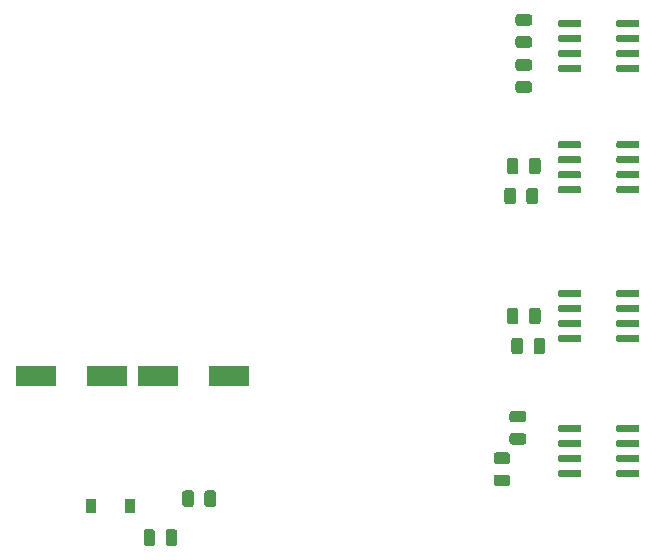
<source format=gtp>
G04 #@! TF.GenerationSoftware,KiCad,Pcbnew,(5.1.5)-3*
G04 #@! TF.CreationDate,2020-10-25T23:42:07+01:00*
G04 #@! TF.ProjectId,alim_hat,616c696d-5f68-4617-942e-6b696361645f,rev?*
G04 #@! TF.SameCoordinates,Original*
G04 #@! TF.FileFunction,Paste,Top*
G04 #@! TF.FilePolarity,Positive*
%FSLAX46Y46*%
G04 Gerber Fmt 4.6, Leading zero omitted, Abs format (unit mm)*
G04 Created by KiCad (PCBNEW (5.1.5)-3) date 2020-10-25 23:42:07*
%MOMM*%
%LPD*%
G04 APERTURE LIST*
%ADD10C,0.150000*%
%ADD11R,0.900000X1.200000*%
%ADD12R,3.400000X1.800000*%
G04 APERTURE END LIST*
D10*
G36*
X230128122Y-146469074D02*
G01*
X230151783Y-146472584D01*
X230174987Y-146478396D01*
X230197509Y-146486454D01*
X230219133Y-146496682D01*
X230239650Y-146508979D01*
X230258863Y-146523229D01*
X230276587Y-146539293D01*
X230292651Y-146557017D01*
X230306901Y-146576230D01*
X230319198Y-146596747D01*
X230329426Y-146618371D01*
X230337484Y-146640893D01*
X230343296Y-146664097D01*
X230346806Y-146687758D01*
X230347980Y-146711650D01*
X230347980Y-147624150D01*
X230346806Y-147648042D01*
X230343296Y-147671703D01*
X230337484Y-147694907D01*
X230329426Y-147717429D01*
X230319198Y-147739053D01*
X230306901Y-147759570D01*
X230292651Y-147778783D01*
X230276587Y-147796507D01*
X230258863Y-147812571D01*
X230239650Y-147826821D01*
X230219133Y-147839118D01*
X230197509Y-147849346D01*
X230174987Y-147857404D01*
X230151783Y-147863216D01*
X230128122Y-147866726D01*
X230104230Y-147867900D01*
X229616730Y-147867900D01*
X229592838Y-147866726D01*
X229569177Y-147863216D01*
X229545973Y-147857404D01*
X229523451Y-147849346D01*
X229501827Y-147839118D01*
X229481310Y-147826821D01*
X229462097Y-147812571D01*
X229444373Y-147796507D01*
X229428309Y-147778783D01*
X229414059Y-147759570D01*
X229401762Y-147739053D01*
X229391534Y-147717429D01*
X229383476Y-147694907D01*
X229377664Y-147671703D01*
X229374154Y-147648042D01*
X229372980Y-147624150D01*
X229372980Y-146711650D01*
X229374154Y-146687758D01*
X229377664Y-146664097D01*
X229383476Y-146640893D01*
X229391534Y-146618371D01*
X229401762Y-146596747D01*
X229414059Y-146576230D01*
X229428309Y-146557017D01*
X229444373Y-146539293D01*
X229462097Y-146523229D01*
X229481310Y-146508979D01*
X229501827Y-146496682D01*
X229523451Y-146486454D01*
X229545973Y-146478396D01*
X229569177Y-146472584D01*
X229592838Y-146469074D01*
X229616730Y-146467900D01*
X230104230Y-146467900D01*
X230128122Y-146469074D01*
G37*
G36*
X228253122Y-146469074D02*
G01*
X228276783Y-146472584D01*
X228299987Y-146478396D01*
X228322509Y-146486454D01*
X228344133Y-146496682D01*
X228364650Y-146508979D01*
X228383863Y-146523229D01*
X228401587Y-146539293D01*
X228417651Y-146557017D01*
X228431901Y-146576230D01*
X228444198Y-146596747D01*
X228454426Y-146618371D01*
X228462484Y-146640893D01*
X228468296Y-146664097D01*
X228471806Y-146687758D01*
X228472980Y-146711650D01*
X228472980Y-147624150D01*
X228471806Y-147648042D01*
X228468296Y-147671703D01*
X228462484Y-147694907D01*
X228454426Y-147717429D01*
X228444198Y-147739053D01*
X228431901Y-147759570D01*
X228417651Y-147778783D01*
X228401587Y-147796507D01*
X228383863Y-147812571D01*
X228364650Y-147826821D01*
X228344133Y-147839118D01*
X228322509Y-147849346D01*
X228299987Y-147857404D01*
X228276783Y-147863216D01*
X228253122Y-147866726D01*
X228229230Y-147867900D01*
X227741730Y-147867900D01*
X227717838Y-147866726D01*
X227694177Y-147863216D01*
X227670973Y-147857404D01*
X227648451Y-147849346D01*
X227626827Y-147839118D01*
X227606310Y-147826821D01*
X227587097Y-147812571D01*
X227569373Y-147796507D01*
X227553309Y-147778783D01*
X227539059Y-147759570D01*
X227526762Y-147739053D01*
X227516534Y-147717429D01*
X227508476Y-147694907D01*
X227502664Y-147671703D01*
X227499154Y-147648042D01*
X227497980Y-147624150D01*
X227497980Y-146711650D01*
X227499154Y-146687758D01*
X227502664Y-146664097D01*
X227508476Y-146640893D01*
X227516534Y-146618371D01*
X227526762Y-146596747D01*
X227539059Y-146576230D01*
X227553309Y-146557017D01*
X227569373Y-146539293D01*
X227587097Y-146523229D01*
X227606310Y-146508979D01*
X227626827Y-146496682D01*
X227648451Y-146486454D01*
X227670973Y-146478396D01*
X227694177Y-146472584D01*
X227717838Y-146469074D01*
X227741730Y-146467900D01*
X228229230Y-146467900D01*
X228253122Y-146469074D01*
G37*
D11*
X223066740Y-144508520D03*
X226366740Y-144508520D03*
D12*
X224369020Y-133497620D03*
X218369020Y-133497620D03*
D10*
G36*
X231537342Y-143182314D02*
G01*
X231561003Y-143185824D01*
X231584207Y-143191636D01*
X231606729Y-143199694D01*
X231628353Y-143209922D01*
X231648870Y-143222219D01*
X231668083Y-143236469D01*
X231685807Y-143252533D01*
X231701871Y-143270257D01*
X231716121Y-143289470D01*
X231728418Y-143309987D01*
X231738646Y-143331611D01*
X231746704Y-143354133D01*
X231752516Y-143377337D01*
X231756026Y-143400998D01*
X231757200Y-143424890D01*
X231757200Y-144337390D01*
X231756026Y-144361282D01*
X231752516Y-144384943D01*
X231746704Y-144408147D01*
X231738646Y-144430669D01*
X231728418Y-144452293D01*
X231716121Y-144472810D01*
X231701871Y-144492023D01*
X231685807Y-144509747D01*
X231668083Y-144525811D01*
X231648870Y-144540061D01*
X231628353Y-144552358D01*
X231606729Y-144562586D01*
X231584207Y-144570644D01*
X231561003Y-144576456D01*
X231537342Y-144579966D01*
X231513450Y-144581140D01*
X231025950Y-144581140D01*
X231002058Y-144579966D01*
X230978397Y-144576456D01*
X230955193Y-144570644D01*
X230932671Y-144562586D01*
X230911047Y-144552358D01*
X230890530Y-144540061D01*
X230871317Y-144525811D01*
X230853593Y-144509747D01*
X230837529Y-144492023D01*
X230823279Y-144472810D01*
X230810982Y-144452293D01*
X230800754Y-144430669D01*
X230792696Y-144408147D01*
X230786884Y-144384943D01*
X230783374Y-144361282D01*
X230782200Y-144337390D01*
X230782200Y-143424890D01*
X230783374Y-143400998D01*
X230786884Y-143377337D01*
X230792696Y-143354133D01*
X230800754Y-143331611D01*
X230810982Y-143309987D01*
X230823279Y-143289470D01*
X230837529Y-143270257D01*
X230853593Y-143252533D01*
X230871317Y-143236469D01*
X230890530Y-143222219D01*
X230911047Y-143209922D01*
X230932671Y-143199694D01*
X230955193Y-143191636D01*
X230978397Y-143185824D01*
X231002058Y-143182314D01*
X231025950Y-143181140D01*
X231513450Y-143181140D01*
X231537342Y-143182314D01*
G37*
G36*
X233412342Y-143182314D02*
G01*
X233436003Y-143185824D01*
X233459207Y-143191636D01*
X233481729Y-143199694D01*
X233503353Y-143209922D01*
X233523870Y-143222219D01*
X233543083Y-143236469D01*
X233560807Y-143252533D01*
X233576871Y-143270257D01*
X233591121Y-143289470D01*
X233603418Y-143309987D01*
X233613646Y-143331611D01*
X233621704Y-143354133D01*
X233627516Y-143377337D01*
X233631026Y-143400998D01*
X233632200Y-143424890D01*
X233632200Y-144337390D01*
X233631026Y-144361282D01*
X233627516Y-144384943D01*
X233621704Y-144408147D01*
X233613646Y-144430669D01*
X233603418Y-144452293D01*
X233591121Y-144472810D01*
X233576871Y-144492023D01*
X233560807Y-144509747D01*
X233543083Y-144525811D01*
X233523870Y-144540061D01*
X233503353Y-144552358D01*
X233481729Y-144562586D01*
X233459207Y-144570644D01*
X233436003Y-144576456D01*
X233412342Y-144579966D01*
X233388450Y-144581140D01*
X232900950Y-144581140D01*
X232877058Y-144579966D01*
X232853397Y-144576456D01*
X232830193Y-144570644D01*
X232807671Y-144562586D01*
X232786047Y-144552358D01*
X232765530Y-144540061D01*
X232746317Y-144525811D01*
X232728593Y-144509747D01*
X232712529Y-144492023D01*
X232698279Y-144472810D01*
X232685982Y-144452293D01*
X232675754Y-144430669D01*
X232667696Y-144408147D01*
X232661884Y-144384943D01*
X232658374Y-144361282D01*
X232657200Y-144337390D01*
X232657200Y-143424890D01*
X232658374Y-143400998D01*
X232661884Y-143377337D01*
X232667696Y-143354133D01*
X232675754Y-143331611D01*
X232685982Y-143309987D01*
X232698279Y-143289470D01*
X232712529Y-143270257D01*
X232728593Y-143252533D01*
X232746317Y-143236469D01*
X232765530Y-143222219D01*
X232786047Y-143209922D01*
X232807671Y-143199694D01*
X232830193Y-143191636D01*
X232853397Y-143185824D01*
X232877058Y-143182314D01*
X232900950Y-143181140D01*
X233388450Y-143181140D01*
X233412342Y-143182314D01*
G37*
G36*
X259662142Y-136452754D02*
G01*
X259685803Y-136456264D01*
X259709007Y-136462076D01*
X259731529Y-136470134D01*
X259753153Y-136480362D01*
X259773670Y-136492659D01*
X259792883Y-136506909D01*
X259810607Y-136522973D01*
X259826671Y-136540697D01*
X259840921Y-136559910D01*
X259853218Y-136580427D01*
X259863446Y-136602051D01*
X259871504Y-136624573D01*
X259877316Y-136647777D01*
X259880826Y-136671438D01*
X259882000Y-136695330D01*
X259882000Y-137182830D01*
X259880826Y-137206722D01*
X259877316Y-137230383D01*
X259871504Y-137253587D01*
X259863446Y-137276109D01*
X259853218Y-137297733D01*
X259840921Y-137318250D01*
X259826671Y-137337463D01*
X259810607Y-137355187D01*
X259792883Y-137371251D01*
X259773670Y-137385501D01*
X259753153Y-137397798D01*
X259731529Y-137408026D01*
X259709007Y-137416084D01*
X259685803Y-137421896D01*
X259662142Y-137425406D01*
X259638250Y-137426580D01*
X258725750Y-137426580D01*
X258701858Y-137425406D01*
X258678197Y-137421896D01*
X258654993Y-137416084D01*
X258632471Y-137408026D01*
X258610847Y-137397798D01*
X258590330Y-137385501D01*
X258571117Y-137371251D01*
X258553393Y-137355187D01*
X258537329Y-137337463D01*
X258523079Y-137318250D01*
X258510782Y-137297733D01*
X258500554Y-137276109D01*
X258492496Y-137253587D01*
X258486684Y-137230383D01*
X258483174Y-137206722D01*
X258482000Y-137182830D01*
X258482000Y-136695330D01*
X258483174Y-136671438D01*
X258486684Y-136647777D01*
X258492496Y-136624573D01*
X258500554Y-136602051D01*
X258510782Y-136580427D01*
X258523079Y-136559910D01*
X258537329Y-136540697D01*
X258553393Y-136522973D01*
X258571117Y-136506909D01*
X258590330Y-136492659D01*
X258610847Y-136480362D01*
X258632471Y-136470134D01*
X258654993Y-136462076D01*
X258678197Y-136456264D01*
X258701858Y-136452754D01*
X258725750Y-136451580D01*
X259638250Y-136451580D01*
X259662142Y-136452754D01*
G37*
G36*
X259662142Y-138327754D02*
G01*
X259685803Y-138331264D01*
X259709007Y-138337076D01*
X259731529Y-138345134D01*
X259753153Y-138355362D01*
X259773670Y-138367659D01*
X259792883Y-138381909D01*
X259810607Y-138397973D01*
X259826671Y-138415697D01*
X259840921Y-138434910D01*
X259853218Y-138455427D01*
X259863446Y-138477051D01*
X259871504Y-138499573D01*
X259877316Y-138522777D01*
X259880826Y-138546438D01*
X259882000Y-138570330D01*
X259882000Y-139057830D01*
X259880826Y-139081722D01*
X259877316Y-139105383D01*
X259871504Y-139128587D01*
X259863446Y-139151109D01*
X259853218Y-139172733D01*
X259840921Y-139193250D01*
X259826671Y-139212463D01*
X259810607Y-139230187D01*
X259792883Y-139246251D01*
X259773670Y-139260501D01*
X259753153Y-139272798D01*
X259731529Y-139283026D01*
X259709007Y-139291084D01*
X259685803Y-139296896D01*
X259662142Y-139300406D01*
X259638250Y-139301580D01*
X258725750Y-139301580D01*
X258701858Y-139300406D01*
X258678197Y-139296896D01*
X258654993Y-139291084D01*
X258632471Y-139283026D01*
X258610847Y-139272798D01*
X258590330Y-139260501D01*
X258571117Y-139246251D01*
X258553393Y-139230187D01*
X258537329Y-139212463D01*
X258523079Y-139193250D01*
X258510782Y-139172733D01*
X258500554Y-139151109D01*
X258492496Y-139128587D01*
X258486684Y-139105383D01*
X258483174Y-139081722D01*
X258482000Y-139057830D01*
X258482000Y-138570330D01*
X258483174Y-138546438D01*
X258486684Y-138522777D01*
X258492496Y-138499573D01*
X258500554Y-138477051D01*
X258510782Y-138455427D01*
X258523079Y-138434910D01*
X258537329Y-138415697D01*
X258553393Y-138397973D01*
X258571117Y-138381909D01*
X258590330Y-138367659D01*
X258610847Y-138355362D01*
X258632471Y-138345134D01*
X258654993Y-138337076D01*
X258678197Y-138331264D01*
X258701858Y-138327754D01*
X258725750Y-138326580D01*
X259638250Y-138326580D01*
X259662142Y-138327754D01*
G37*
G36*
X258310862Y-139965574D02*
G01*
X258334523Y-139969084D01*
X258357727Y-139974896D01*
X258380249Y-139982954D01*
X258401873Y-139993182D01*
X258422390Y-140005479D01*
X258441603Y-140019729D01*
X258459327Y-140035793D01*
X258475391Y-140053517D01*
X258489641Y-140072730D01*
X258501938Y-140093247D01*
X258512166Y-140114871D01*
X258520224Y-140137393D01*
X258526036Y-140160597D01*
X258529546Y-140184258D01*
X258530720Y-140208150D01*
X258530720Y-140695650D01*
X258529546Y-140719542D01*
X258526036Y-140743203D01*
X258520224Y-140766407D01*
X258512166Y-140788929D01*
X258501938Y-140810553D01*
X258489641Y-140831070D01*
X258475391Y-140850283D01*
X258459327Y-140868007D01*
X258441603Y-140884071D01*
X258422390Y-140898321D01*
X258401873Y-140910618D01*
X258380249Y-140920846D01*
X258357727Y-140928904D01*
X258334523Y-140934716D01*
X258310862Y-140938226D01*
X258286970Y-140939400D01*
X257374470Y-140939400D01*
X257350578Y-140938226D01*
X257326917Y-140934716D01*
X257303713Y-140928904D01*
X257281191Y-140920846D01*
X257259567Y-140910618D01*
X257239050Y-140898321D01*
X257219837Y-140884071D01*
X257202113Y-140868007D01*
X257186049Y-140850283D01*
X257171799Y-140831070D01*
X257159502Y-140810553D01*
X257149274Y-140788929D01*
X257141216Y-140766407D01*
X257135404Y-140743203D01*
X257131894Y-140719542D01*
X257130720Y-140695650D01*
X257130720Y-140208150D01*
X257131894Y-140184258D01*
X257135404Y-140160597D01*
X257141216Y-140137393D01*
X257149274Y-140114871D01*
X257159502Y-140093247D01*
X257171799Y-140072730D01*
X257186049Y-140053517D01*
X257202113Y-140035793D01*
X257219837Y-140019729D01*
X257239050Y-140005479D01*
X257259567Y-139993182D01*
X257281191Y-139982954D01*
X257303713Y-139974896D01*
X257326917Y-139969084D01*
X257350578Y-139965574D01*
X257374470Y-139964400D01*
X258286970Y-139964400D01*
X258310862Y-139965574D01*
G37*
G36*
X258310862Y-141840574D02*
G01*
X258334523Y-141844084D01*
X258357727Y-141849896D01*
X258380249Y-141857954D01*
X258401873Y-141868182D01*
X258422390Y-141880479D01*
X258441603Y-141894729D01*
X258459327Y-141910793D01*
X258475391Y-141928517D01*
X258489641Y-141947730D01*
X258501938Y-141968247D01*
X258512166Y-141989871D01*
X258520224Y-142012393D01*
X258526036Y-142035597D01*
X258529546Y-142059258D01*
X258530720Y-142083150D01*
X258530720Y-142570650D01*
X258529546Y-142594542D01*
X258526036Y-142618203D01*
X258520224Y-142641407D01*
X258512166Y-142663929D01*
X258501938Y-142685553D01*
X258489641Y-142706070D01*
X258475391Y-142725283D01*
X258459327Y-142743007D01*
X258441603Y-142759071D01*
X258422390Y-142773321D01*
X258401873Y-142785618D01*
X258380249Y-142795846D01*
X258357727Y-142803904D01*
X258334523Y-142809716D01*
X258310862Y-142813226D01*
X258286970Y-142814400D01*
X257374470Y-142814400D01*
X257350578Y-142813226D01*
X257326917Y-142809716D01*
X257303713Y-142803904D01*
X257281191Y-142795846D01*
X257259567Y-142785618D01*
X257239050Y-142773321D01*
X257219837Y-142759071D01*
X257202113Y-142743007D01*
X257186049Y-142725283D01*
X257171799Y-142706070D01*
X257159502Y-142685553D01*
X257149274Y-142663929D01*
X257141216Y-142641407D01*
X257135404Y-142618203D01*
X257131894Y-142594542D01*
X257130720Y-142570650D01*
X257130720Y-142083150D01*
X257131894Y-142059258D01*
X257135404Y-142035597D01*
X257141216Y-142012393D01*
X257149274Y-141989871D01*
X257159502Y-141968247D01*
X257171799Y-141947730D01*
X257186049Y-141928517D01*
X257202113Y-141910793D01*
X257219837Y-141894729D01*
X257239050Y-141880479D01*
X257259567Y-141868182D01*
X257281191Y-141857954D01*
X257303713Y-141849896D01*
X257326917Y-141844084D01*
X257350578Y-141840574D01*
X257374470Y-141839400D01*
X258286970Y-141839400D01*
X258310862Y-141840574D01*
G37*
G36*
X259020142Y-127711174D02*
G01*
X259043803Y-127714684D01*
X259067007Y-127720496D01*
X259089529Y-127728554D01*
X259111153Y-127738782D01*
X259131670Y-127751079D01*
X259150883Y-127765329D01*
X259168607Y-127781393D01*
X259184671Y-127799117D01*
X259198921Y-127818330D01*
X259211218Y-127838847D01*
X259221446Y-127860471D01*
X259229504Y-127882993D01*
X259235316Y-127906197D01*
X259238826Y-127929858D01*
X259240000Y-127953750D01*
X259240000Y-128866250D01*
X259238826Y-128890142D01*
X259235316Y-128913803D01*
X259229504Y-128937007D01*
X259221446Y-128959529D01*
X259211218Y-128981153D01*
X259198921Y-129001670D01*
X259184671Y-129020883D01*
X259168607Y-129038607D01*
X259150883Y-129054671D01*
X259131670Y-129068921D01*
X259111153Y-129081218D01*
X259089529Y-129091446D01*
X259067007Y-129099504D01*
X259043803Y-129105316D01*
X259020142Y-129108826D01*
X258996250Y-129110000D01*
X258508750Y-129110000D01*
X258484858Y-129108826D01*
X258461197Y-129105316D01*
X258437993Y-129099504D01*
X258415471Y-129091446D01*
X258393847Y-129081218D01*
X258373330Y-129068921D01*
X258354117Y-129054671D01*
X258336393Y-129038607D01*
X258320329Y-129020883D01*
X258306079Y-129001670D01*
X258293782Y-128981153D01*
X258283554Y-128959529D01*
X258275496Y-128937007D01*
X258269684Y-128913803D01*
X258266174Y-128890142D01*
X258265000Y-128866250D01*
X258265000Y-127953750D01*
X258266174Y-127929858D01*
X258269684Y-127906197D01*
X258275496Y-127882993D01*
X258283554Y-127860471D01*
X258293782Y-127838847D01*
X258306079Y-127818330D01*
X258320329Y-127799117D01*
X258336393Y-127781393D01*
X258354117Y-127765329D01*
X258373330Y-127751079D01*
X258393847Y-127738782D01*
X258415471Y-127728554D01*
X258437993Y-127720496D01*
X258461197Y-127714684D01*
X258484858Y-127711174D01*
X258508750Y-127710000D01*
X258996250Y-127710000D01*
X259020142Y-127711174D01*
G37*
G36*
X260895142Y-127711174D02*
G01*
X260918803Y-127714684D01*
X260942007Y-127720496D01*
X260964529Y-127728554D01*
X260986153Y-127738782D01*
X261006670Y-127751079D01*
X261025883Y-127765329D01*
X261043607Y-127781393D01*
X261059671Y-127799117D01*
X261073921Y-127818330D01*
X261086218Y-127838847D01*
X261096446Y-127860471D01*
X261104504Y-127882993D01*
X261110316Y-127906197D01*
X261113826Y-127929858D01*
X261115000Y-127953750D01*
X261115000Y-128866250D01*
X261113826Y-128890142D01*
X261110316Y-128913803D01*
X261104504Y-128937007D01*
X261096446Y-128959529D01*
X261086218Y-128981153D01*
X261073921Y-129001670D01*
X261059671Y-129020883D01*
X261043607Y-129038607D01*
X261025883Y-129054671D01*
X261006670Y-129068921D01*
X260986153Y-129081218D01*
X260964529Y-129091446D01*
X260942007Y-129099504D01*
X260918803Y-129105316D01*
X260895142Y-129108826D01*
X260871250Y-129110000D01*
X260383750Y-129110000D01*
X260359858Y-129108826D01*
X260336197Y-129105316D01*
X260312993Y-129099504D01*
X260290471Y-129091446D01*
X260268847Y-129081218D01*
X260248330Y-129068921D01*
X260229117Y-129054671D01*
X260211393Y-129038607D01*
X260195329Y-129020883D01*
X260181079Y-129001670D01*
X260168782Y-128981153D01*
X260158554Y-128959529D01*
X260150496Y-128937007D01*
X260144684Y-128913803D01*
X260141174Y-128890142D01*
X260140000Y-128866250D01*
X260140000Y-127953750D01*
X260141174Y-127929858D01*
X260144684Y-127906197D01*
X260150496Y-127882993D01*
X260158554Y-127860471D01*
X260168782Y-127838847D01*
X260181079Y-127818330D01*
X260195329Y-127799117D01*
X260211393Y-127781393D01*
X260229117Y-127765329D01*
X260248330Y-127751079D01*
X260268847Y-127738782D01*
X260290471Y-127728554D01*
X260312993Y-127720496D01*
X260336197Y-127714684D01*
X260359858Y-127711174D01*
X260383750Y-127710000D01*
X260871250Y-127710000D01*
X260895142Y-127711174D01*
G37*
G36*
X261275142Y-130251174D02*
G01*
X261298803Y-130254684D01*
X261322007Y-130260496D01*
X261344529Y-130268554D01*
X261366153Y-130278782D01*
X261386670Y-130291079D01*
X261405883Y-130305329D01*
X261423607Y-130321393D01*
X261439671Y-130339117D01*
X261453921Y-130358330D01*
X261466218Y-130378847D01*
X261476446Y-130400471D01*
X261484504Y-130422993D01*
X261490316Y-130446197D01*
X261493826Y-130469858D01*
X261495000Y-130493750D01*
X261495000Y-131406250D01*
X261493826Y-131430142D01*
X261490316Y-131453803D01*
X261484504Y-131477007D01*
X261476446Y-131499529D01*
X261466218Y-131521153D01*
X261453921Y-131541670D01*
X261439671Y-131560883D01*
X261423607Y-131578607D01*
X261405883Y-131594671D01*
X261386670Y-131608921D01*
X261366153Y-131621218D01*
X261344529Y-131631446D01*
X261322007Y-131639504D01*
X261298803Y-131645316D01*
X261275142Y-131648826D01*
X261251250Y-131650000D01*
X260763750Y-131650000D01*
X260739858Y-131648826D01*
X260716197Y-131645316D01*
X260692993Y-131639504D01*
X260670471Y-131631446D01*
X260648847Y-131621218D01*
X260628330Y-131608921D01*
X260609117Y-131594671D01*
X260591393Y-131578607D01*
X260575329Y-131560883D01*
X260561079Y-131541670D01*
X260548782Y-131521153D01*
X260538554Y-131499529D01*
X260530496Y-131477007D01*
X260524684Y-131453803D01*
X260521174Y-131430142D01*
X260520000Y-131406250D01*
X260520000Y-130493750D01*
X260521174Y-130469858D01*
X260524684Y-130446197D01*
X260530496Y-130422993D01*
X260538554Y-130400471D01*
X260548782Y-130378847D01*
X260561079Y-130358330D01*
X260575329Y-130339117D01*
X260591393Y-130321393D01*
X260609117Y-130305329D01*
X260628330Y-130291079D01*
X260648847Y-130278782D01*
X260670471Y-130268554D01*
X260692993Y-130260496D01*
X260716197Y-130254684D01*
X260739858Y-130251174D01*
X260763750Y-130250000D01*
X261251250Y-130250000D01*
X261275142Y-130251174D01*
G37*
G36*
X259400142Y-130251174D02*
G01*
X259423803Y-130254684D01*
X259447007Y-130260496D01*
X259469529Y-130268554D01*
X259491153Y-130278782D01*
X259511670Y-130291079D01*
X259530883Y-130305329D01*
X259548607Y-130321393D01*
X259564671Y-130339117D01*
X259578921Y-130358330D01*
X259591218Y-130378847D01*
X259601446Y-130400471D01*
X259609504Y-130422993D01*
X259615316Y-130446197D01*
X259618826Y-130469858D01*
X259620000Y-130493750D01*
X259620000Y-131406250D01*
X259618826Y-131430142D01*
X259615316Y-131453803D01*
X259609504Y-131477007D01*
X259601446Y-131499529D01*
X259591218Y-131521153D01*
X259578921Y-131541670D01*
X259564671Y-131560883D01*
X259548607Y-131578607D01*
X259530883Y-131594671D01*
X259511670Y-131608921D01*
X259491153Y-131621218D01*
X259469529Y-131631446D01*
X259447007Y-131639504D01*
X259423803Y-131645316D01*
X259400142Y-131648826D01*
X259376250Y-131650000D01*
X258888750Y-131650000D01*
X258864858Y-131648826D01*
X258841197Y-131645316D01*
X258817993Y-131639504D01*
X258795471Y-131631446D01*
X258773847Y-131621218D01*
X258753330Y-131608921D01*
X258734117Y-131594671D01*
X258716393Y-131578607D01*
X258700329Y-131560883D01*
X258686079Y-131541670D01*
X258673782Y-131521153D01*
X258663554Y-131499529D01*
X258655496Y-131477007D01*
X258649684Y-131453803D01*
X258646174Y-131430142D01*
X258645000Y-131406250D01*
X258645000Y-130493750D01*
X258646174Y-130469858D01*
X258649684Y-130446197D01*
X258655496Y-130422993D01*
X258663554Y-130400471D01*
X258673782Y-130378847D01*
X258686079Y-130358330D01*
X258700329Y-130339117D01*
X258716393Y-130321393D01*
X258734117Y-130305329D01*
X258753330Y-130291079D01*
X258773847Y-130278782D01*
X258795471Y-130268554D01*
X258817993Y-130260496D01*
X258841197Y-130254684D01*
X258864858Y-130251174D01*
X258888750Y-130250000D01*
X259376250Y-130250000D01*
X259400142Y-130251174D01*
G37*
G36*
X259020142Y-115011174D02*
G01*
X259043803Y-115014684D01*
X259067007Y-115020496D01*
X259089529Y-115028554D01*
X259111153Y-115038782D01*
X259131670Y-115051079D01*
X259150883Y-115065329D01*
X259168607Y-115081393D01*
X259184671Y-115099117D01*
X259198921Y-115118330D01*
X259211218Y-115138847D01*
X259221446Y-115160471D01*
X259229504Y-115182993D01*
X259235316Y-115206197D01*
X259238826Y-115229858D01*
X259240000Y-115253750D01*
X259240000Y-116166250D01*
X259238826Y-116190142D01*
X259235316Y-116213803D01*
X259229504Y-116237007D01*
X259221446Y-116259529D01*
X259211218Y-116281153D01*
X259198921Y-116301670D01*
X259184671Y-116320883D01*
X259168607Y-116338607D01*
X259150883Y-116354671D01*
X259131670Y-116368921D01*
X259111153Y-116381218D01*
X259089529Y-116391446D01*
X259067007Y-116399504D01*
X259043803Y-116405316D01*
X259020142Y-116408826D01*
X258996250Y-116410000D01*
X258508750Y-116410000D01*
X258484858Y-116408826D01*
X258461197Y-116405316D01*
X258437993Y-116399504D01*
X258415471Y-116391446D01*
X258393847Y-116381218D01*
X258373330Y-116368921D01*
X258354117Y-116354671D01*
X258336393Y-116338607D01*
X258320329Y-116320883D01*
X258306079Y-116301670D01*
X258293782Y-116281153D01*
X258283554Y-116259529D01*
X258275496Y-116237007D01*
X258269684Y-116213803D01*
X258266174Y-116190142D01*
X258265000Y-116166250D01*
X258265000Y-115253750D01*
X258266174Y-115229858D01*
X258269684Y-115206197D01*
X258275496Y-115182993D01*
X258283554Y-115160471D01*
X258293782Y-115138847D01*
X258306079Y-115118330D01*
X258320329Y-115099117D01*
X258336393Y-115081393D01*
X258354117Y-115065329D01*
X258373330Y-115051079D01*
X258393847Y-115038782D01*
X258415471Y-115028554D01*
X258437993Y-115020496D01*
X258461197Y-115014684D01*
X258484858Y-115011174D01*
X258508750Y-115010000D01*
X258996250Y-115010000D01*
X259020142Y-115011174D01*
G37*
G36*
X260895142Y-115011174D02*
G01*
X260918803Y-115014684D01*
X260942007Y-115020496D01*
X260964529Y-115028554D01*
X260986153Y-115038782D01*
X261006670Y-115051079D01*
X261025883Y-115065329D01*
X261043607Y-115081393D01*
X261059671Y-115099117D01*
X261073921Y-115118330D01*
X261086218Y-115138847D01*
X261096446Y-115160471D01*
X261104504Y-115182993D01*
X261110316Y-115206197D01*
X261113826Y-115229858D01*
X261115000Y-115253750D01*
X261115000Y-116166250D01*
X261113826Y-116190142D01*
X261110316Y-116213803D01*
X261104504Y-116237007D01*
X261096446Y-116259529D01*
X261086218Y-116281153D01*
X261073921Y-116301670D01*
X261059671Y-116320883D01*
X261043607Y-116338607D01*
X261025883Y-116354671D01*
X261006670Y-116368921D01*
X260986153Y-116381218D01*
X260964529Y-116391446D01*
X260942007Y-116399504D01*
X260918803Y-116405316D01*
X260895142Y-116408826D01*
X260871250Y-116410000D01*
X260383750Y-116410000D01*
X260359858Y-116408826D01*
X260336197Y-116405316D01*
X260312993Y-116399504D01*
X260290471Y-116391446D01*
X260268847Y-116381218D01*
X260248330Y-116368921D01*
X260229117Y-116354671D01*
X260211393Y-116338607D01*
X260195329Y-116320883D01*
X260181079Y-116301670D01*
X260168782Y-116281153D01*
X260158554Y-116259529D01*
X260150496Y-116237007D01*
X260144684Y-116213803D01*
X260141174Y-116190142D01*
X260140000Y-116166250D01*
X260140000Y-115253750D01*
X260141174Y-115229858D01*
X260144684Y-115206197D01*
X260150496Y-115182993D01*
X260158554Y-115160471D01*
X260168782Y-115138847D01*
X260181079Y-115118330D01*
X260195329Y-115099117D01*
X260211393Y-115081393D01*
X260229117Y-115065329D01*
X260248330Y-115051079D01*
X260268847Y-115038782D01*
X260290471Y-115028554D01*
X260312993Y-115020496D01*
X260336197Y-115014684D01*
X260359858Y-115011174D01*
X260383750Y-115010000D01*
X260871250Y-115010000D01*
X260895142Y-115011174D01*
G37*
G36*
X260675142Y-117551174D02*
G01*
X260698803Y-117554684D01*
X260722007Y-117560496D01*
X260744529Y-117568554D01*
X260766153Y-117578782D01*
X260786670Y-117591079D01*
X260805883Y-117605329D01*
X260823607Y-117621393D01*
X260839671Y-117639117D01*
X260853921Y-117658330D01*
X260866218Y-117678847D01*
X260876446Y-117700471D01*
X260884504Y-117722993D01*
X260890316Y-117746197D01*
X260893826Y-117769858D01*
X260895000Y-117793750D01*
X260895000Y-118706250D01*
X260893826Y-118730142D01*
X260890316Y-118753803D01*
X260884504Y-118777007D01*
X260876446Y-118799529D01*
X260866218Y-118821153D01*
X260853921Y-118841670D01*
X260839671Y-118860883D01*
X260823607Y-118878607D01*
X260805883Y-118894671D01*
X260786670Y-118908921D01*
X260766153Y-118921218D01*
X260744529Y-118931446D01*
X260722007Y-118939504D01*
X260698803Y-118945316D01*
X260675142Y-118948826D01*
X260651250Y-118950000D01*
X260163750Y-118950000D01*
X260139858Y-118948826D01*
X260116197Y-118945316D01*
X260092993Y-118939504D01*
X260070471Y-118931446D01*
X260048847Y-118921218D01*
X260028330Y-118908921D01*
X260009117Y-118894671D01*
X259991393Y-118878607D01*
X259975329Y-118860883D01*
X259961079Y-118841670D01*
X259948782Y-118821153D01*
X259938554Y-118799529D01*
X259930496Y-118777007D01*
X259924684Y-118753803D01*
X259921174Y-118730142D01*
X259920000Y-118706250D01*
X259920000Y-117793750D01*
X259921174Y-117769858D01*
X259924684Y-117746197D01*
X259930496Y-117722993D01*
X259938554Y-117700471D01*
X259948782Y-117678847D01*
X259961079Y-117658330D01*
X259975329Y-117639117D01*
X259991393Y-117621393D01*
X260009117Y-117605329D01*
X260028330Y-117591079D01*
X260048847Y-117578782D01*
X260070471Y-117568554D01*
X260092993Y-117560496D01*
X260116197Y-117554684D01*
X260139858Y-117551174D01*
X260163750Y-117550000D01*
X260651250Y-117550000D01*
X260675142Y-117551174D01*
G37*
G36*
X258800142Y-117551174D02*
G01*
X258823803Y-117554684D01*
X258847007Y-117560496D01*
X258869529Y-117568554D01*
X258891153Y-117578782D01*
X258911670Y-117591079D01*
X258930883Y-117605329D01*
X258948607Y-117621393D01*
X258964671Y-117639117D01*
X258978921Y-117658330D01*
X258991218Y-117678847D01*
X259001446Y-117700471D01*
X259009504Y-117722993D01*
X259015316Y-117746197D01*
X259018826Y-117769858D01*
X259020000Y-117793750D01*
X259020000Y-118706250D01*
X259018826Y-118730142D01*
X259015316Y-118753803D01*
X259009504Y-118777007D01*
X259001446Y-118799529D01*
X258991218Y-118821153D01*
X258978921Y-118841670D01*
X258964671Y-118860883D01*
X258948607Y-118878607D01*
X258930883Y-118894671D01*
X258911670Y-118908921D01*
X258891153Y-118921218D01*
X258869529Y-118931446D01*
X258847007Y-118939504D01*
X258823803Y-118945316D01*
X258800142Y-118948826D01*
X258776250Y-118950000D01*
X258288750Y-118950000D01*
X258264858Y-118948826D01*
X258241197Y-118945316D01*
X258217993Y-118939504D01*
X258195471Y-118931446D01*
X258173847Y-118921218D01*
X258153330Y-118908921D01*
X258134117Y-118894671D01*
X258116393Y-118878607D01*
X258100329Y-118860883D01*
X258086079Y-118841670D01*
X258073782Y-118821153D01*
X258063554Y-118799529D01*
X258055496Y-118777007D01*
X258049684Y-118753803D01*
X258046174Y-118730142D01*
X258045000Y-118706250D01*
X258045000Y-117793750D01*
X258046174Y-117769858D01*
X258049684Y-117746197D01*
X258055496Y-117722993D01*
X258063554Y-117700471D01*
X258073782Y-117678847D01*
X258086079Y-117658330D01*
X258100329Y-117639117D01*
X258116393Y-117621393D01*
X258134117Y-117605329D01*
X258153330Y-117591079D01*
X258173847Y-117578782D01*
X258195471Y-117568554D01*
X258217993Y-117560496D01*
X258241197Y-117554684D01*
X258264858Y-117551174D01*
X258288750Y-117550000D01*
X258776250Y-117550000D01*
X258800142Y-117551174D01*
G37*
G36*
X260170142Y-102856174D02*
G01*
X260193803Y-102859684D01*
X260217007Y-102865496D01*
X260239529Y-102873554D01*
X260261153Y-102883782D01*
X260281670Y-102896079D01*
X260300883Y-102910329D01*
X260318607Y-102926393D01*
X260334671Y-102944117D01*
X260348921Y-102963330D01*
X260361218Y-102983847D01*
X260371446Y-103005471D01*
X260379504Y-103027993D01*
X260385316Y-103051197D01*
X260388826Y-103074858D01*
X260390000Y-103098750D01*
X260390000Y-103586250D01*
X260388826Y-103610142D01*
X260385316Y-103633803D01*
X260379504Y-103657007D01*
X260371446Y-103679529D01*
X260361218Y-103701153D01*
X260348921Y-103721670D01*
X260334671Y-103740883D01*
X260318607Y-103758607D01*
X260300883Y-103774671D01*
X260281670Y-103788921D01*
X260261153Y-103801218D01*
X260239529Y-103811446D01*
X260217007Y-103819504D01*
X260193803Y-103825316D01*
X260170142Y-103828826D01*
X260146250Y-103830000D01*
X259233750Y-103830000D01*
X259209858Y-103828826D01*
X259186197Y-103825316D01*
X259162993Y-103819504D01*
X259140471Y-103811446D01*
X259118847Y-103801218D01*
X259098330Y-103788921D01*
X259079117Y-103774671D01*
X259061393Y-103758607D01*
X259045329Y-103740883D01*
X259031079Y-103721670D01*
X259018782Y-103701153D01*
X259008554Y-103679529D01*
X259000496Y-103657007D01*
X258994684Y-103633803D01*
X258991174Y-103610142D01*
X258990000Y-103586250D01*
X258990000Y-103098750D01*
X258991174Y-103074858D01*
X258994684Y-103051197D01*
X259000496Y-103027993D01*
X259008554Y-103005471D01*
X259018782Y-102983847D01*
X259031079Y-102963330D01*
X259045329Y-102944117D01*
X259061393Y-102926393D01*
X259079117Y-102910329D01*
X259098330Y-102896079D01*
X259118847Y-102883782D01*
X259140471Y-102873554D01*
X259162993Y-102865496D01*
X259186197Y-102859684D01*
X259209858Y-102856174D01*
X259233750Y-102855000D01*
X260146250Y-102855000D01*
X260170142Y-102856174D01*
G37*
G36*
X260170142Y-104731174D02*
G01*
X260193803Y-104734684D01*
X260217007Y-104740496D01*
X260239529Y-104748554D01*
X260261153Y-104758782D01*
X260281670Y-104771079D01*
X260300883Y-104785329D01*
X260318607Y-104801393D01*
X260334671Y-104819117D01*
X260348921Y-104838330D01*
X260361218Y-104858847D01*
X260371446Y-104880471D01*
X260379504Y-104902993D01*
X260385316Y-104926197D01*
X260388826Y-104949858D01*
X260390000Y-104973750D01*
X260390000Y-105461250D01*
X260388826Y-105485142D01*
X260385316Y-105508803D01*
X260379504Y-105532007D01*
X260371446Y-105554529D01*
X260361218Y-105576153D01*
X260348921Y-105596670D01*
X260334671Y-105615883D01*
X260318607Y-105633607D01*
X260300883Y-105649671D01*
X260281670Y-105663921D01*
X260261153Y-105676218D01*
X260239529Y-105686446D01*
X260217007Y-105694504D01*
X260193803Y-105700316D01*
X260170142Y-105703826D01*
X260146250Y-105705000D01*
X259233750Y-105705000D01*
X259209858Y-105703826D01*
X259186197Y-105700316D01*
X259162993Y-105694504D01*
X259140471Y-105686446D01*
X259118847Y-105676218D01*
X259098330Y-105663921D01*
X259079117Y-105649671D01*
X259061393Y-105633607D01*
X259045329Y-105615883D01*
X259031079Y-105596670D01*
X259018782Y-105576153D01*
X259008554Y-105554529D01*
X259000496Y-105532007D01*
X258994684Y-105508803D01*
X258991174Y-105485142D01*
X258990000Y-105461250D01*
X258990000Y-104973750D01*
X258991174Y-104949858D01*
X258994684Y-104926197D01*
X259000496Y-104902993D01*
X259008554Y-104880471D01*
X259018782Y-104858847D01*
X259031079Y-104838330D01*
X259045329Y-104819117D01*
X259061393Y-104801393D01*
X259079117Y-104785329D01*
X259098330Y-104771079D01*
X259118847Y-104758782D01*
X259140471Y-104748554D01*
X259162993Y-104740496D01*
X259186197Y-104734684D01*
X259209858Y-104731174D01*
X259233750Y-104730000D01*
X260146250Y-104730000D01*
X260170142Y-104731174D01*
G37*
G36*
X260170142Y-106666174D02*
G01*
X260193803Y-106669684D01*
X260217007Y-106675496D01*
X260239529Y-106683554D01*
X260261153Y-106693782D01*
X260281670Y-106706079D01*
X260300883Y-106720329D01*
X260318607Y-106736393D01*
X260334671Y-106754117D01*
X260348921Y-106773330D01*
X260361218Y-106793847D01*
X260371446Y-106815471D01*
X260379504Y-106837993D01*
X260385316Y-106861197D01*
X260388826Y-106884858D01*
X260390000Y-106908750D01*
X260390000Y-107396250D01*
X260388826Y-107420142D01*
X260385316Y-107443803D01*
X260379504Y-107467007D01*
X260371446Y-107489529D01*
X260361218Y-107511153D01*
X260348921Y-107531670D01*
X260334671Y-107550883D01*
X260318607Y-107568607D01*
X260300883Y-107584671D01*
X260281670Y-107598921D01*
X260261153Y-107611218D01*
X260239529Y-107621446D01*
X260217007Y-107629504D01*
X260193803Y-107635316D01*
X260170142Y-107638826D01*
X260146250Y-107640000D01*
X259233750Y-107640000D01*
X259209858Y-107638826D01*
X259186197Y-107635316D01*
X259162993Y-107629504D01*
X259140471Y-107621446D01*
X259118847Y-107611218D01*
X259098330Y-107598921D01*
X259079117Y-107584671D01*
X259061393Y-107568607D01*
X259045329Y-107550883D01*
X259031079Y-107531670D01*
X259018782Y-107511153D01*
X259008554Y-107489529D01*
X259000496Y-107467007D01*
X258994684Y-107443803D01*
X258991174Y-107420142D01*
X258990000Y-107396250D01*
X258990000Y-106908750D01*
X258991174Y-106884858D01*
X258994684Y-106861197D01*
X259000496Y-106837993D01*
X259008554Y-106815471D01*
X259018782Y-106793847D01*
X259031079Y-106773330D01*
X259045329Y-106754117D01*
X259061393Y-106736393D01*
X259079117Y-106720329D01*
X259098330Y-106706079D01*
X259118847Y-106693782D01*
X259140471Y-106683554D01*
X259162993Y-106675496D01*
X259186197Y-106669684D01*
X259209858Y-106666174D01*
X259233750Y-106665000D01*
X260146250Y-106665000D01*
X260170142Y-106666174D01*
G37*
G36*
X260170142Y-108541174D02*
G01*
X260193803Y-108544684D01*
X260217007Y-108550496D01*
X260239529Y-108558554D01*
X260261153Y-108568782D01*
X260281670Y-108581079D01*
X260300883Y-108595329D01*
X260318607Y-108611393D01*
X260334671Y-108629117D01*
X260348921Y-108648330D01*
X260361218Y-108668847D01*
X260371446Y-108690471D01*
X260379504Y-108712993D01*
X260385316Y-108736197D01*
X260388826Y-108759858D01*
X260390000Y-108783750D01*
X260390000Y-109271250D01*
X260388826Y-109295142D01*
X260385316Y-109318803D01*
X260379504Y-109342007D01*
X260371446Y-109364529D01*
X260361218Y-109386153D01*
X260348921Y-109406670D01*
X260334671Y-109425883D01*
X260318607Y-109443607D01*
X260300883Y-109459671D01*
X260281670Y-109473921D01*
X260261153Y-109486218D01*
X260239529Y-109496446D01*
X260217007Y-109504504D01*
X260193803Y-109510316D01*
X260170142Y-109513826D01*
X260146250Y-109515000D01*
X259233750Y-109515000D01*
X259209858Y-109513826D01*
X259186197Y-109510316D01*
X259162993Y-109504504D01*
X259140471Y-109496446D01*
X259118847Y-109486218D01*
X259098330Y-109473921D01*
X259079117Y-109459671D01*
X259061393Y-109443607D01*
X259045329Y-109425883D01*
X259031079Y-109406670D01*
X259018782Y-109386153D01*
X259008554Y-109364529D01*
X259000496Y-109342007D01*
X258994684Y-109318803D01*
X258991174Y-109295142D01*
X258990000Y-109271250D01*
X258990000Y-108783750D01*
X258991174Y-108759858D01*
X258994684Y-108736197D01*
X259000496Y-108712993D01*
X259008554Y-108690471D01*
X259018782Y-108668847D01*
X259031079Y-108648330D01*
X259045329Y-108629117D01*
X259061393Y-108611393D01*
X259079117Y-108595329D01*
X259098330Y-108581079D01*
X259118847Y-108568782D01*
X259140471Y-108558554D01*
X259162993Y-108550496D01*
X259186197Y-108544684D01*
X259209858Y-108541174D01*
X259233750Y-108540000D01*
X260146250Y-108540000D01*
X260170142Y-108541174D01*
G37*
G36*
X269354703Y-137635722D02*
G01*
X269369264Y-137637882D01*
X269383543Y-137641459D01*
X269397403Y-137646418D01*
X269410710Y-137652712D01*
X269423336Y-137660280D01*
X269435159Y-137669048D01*
X269446066Y-137678934D01*
X269455952Y-137689841D01*
X269464720Y-137701664D01*
X269472288Y-137714290D01*
X269478582Y-137727597D01*
X269483541Y-137741457D01*
X269487118Y-137755736D01*
X269489278Y-137770297D01*
X269490000Y-137785000D01*
X269490000Y-138085000D01*
X269489278Y-138099703D01*
X269487118Y-138114264D01*
X269483541Y-138128543D01*
X269478582Y-138142403D01*
X269472288Y-138155710D01*
X269464720Y-138168336D01*
X269455952Y-138180159D01*
X269446066Y-138191066D01*
X269435159Y-138200952D01*
X269423336Y-138209720D01*
X269410710Y-138217288D01*
X269397403Y-138223582D01*
X269383543Y-138228541D01*
X269369264Y-138232118D01*
X269354703Y-138234278D01*
X269340000Y-138235000D01*
X267690000Y-138235000D01*
X267675297Y-138234278D01*
X267660736Y-138232118D01*
X267646457Y-138228541D01*
X267632597Y-138223582D01*
X267619290Y-138217288D01*
X267606664Y-138209720D01*
X267594841Y-138200952D01*
X267583934Y-138191066D01*
X267574048Y-138180159D01*
X267565280Y-138168336D01*
X267557712Y-138155710D01*
X267551418Y-138142403D01*
X267546459Y-138128543D01*
X267542882Y-138114264D01*
X267540722Y-138099703D01*
X267540000Y-138085000D01*
X267540000Y-137785000D01*
X267540722Y-137770297D01*
X267542882Y-137755736D01*
X267546459Y-137741457D01*
X267551418Y-137727597D01*
X267557712Y-137714290D01*
X267565280Y-137701664D01*
X267574048Y-137689841D01*
X267583934Y-137678934D01*
X267594841Y-137669048D01*
X267606664Y-137660280D01*
X267619290Y-137652712D01*
X267632597Y-137646418D01*
X267646457Y-137641459D01*
X267660736Y-137637882D01*
X267675297Y-137635722D01*
X267690000Y-137635000D01*
X269340000Y-137635000D01*
X269354703Y-137635722D01*
G37*
G36*
X269354703Y-138905722D02*
G01*
X269369264Y-138907882D01*
X269383543Y-138911459D01*
X269397403Y-138916418D01*
X269410710Y-138922712D01*
X269423336Y-138930280D01*
X269435159Y-138939048D01*
X269446066Y-138948934D01*
X269455952Y-138959841D01*
X269464720Y-138971664D01*
X269472288Y-138984290D01*
X269478582Y-138997597D01*
X269483541Y-139011457D01*
X269487118Y-139025736D01*
X269489278Y-139040297D01*
X269490000Y-139055000D01*
X269490000Y-139355000D01*
X269489278Y-139369703D01*
X269487118Y-139384264D01*
X269483541Y-139398543D01*
X269478582Y-139412403D01*
X269472288Y-139425710D01*
X269464720Y-139438336D01*
X269455952Y-139450159D01*
X269446066Y-139461066D01*
X269435159Y-139470952D01*
X269423336Y-139479720D01*
X269410710Y-139487288D01*
X269397403Y-139493582D01*
X269383543Y-139498541D01*
X269369264Y-139502118D01*
X269354703Y-139504278D01*
X269340000Y-139505000D01*
X267690000Y-139505000D01*
X267675297Y-139504278D01*
X267660736Y-139502118D01*
X267646457Y-139498541D01*
X267632597Y-139493582D01*
X267619290Y-139487288D01*
X267606664Y-139479720D01*
X267594841Y-139470952D01*
X267583934Y-139461066D01*
X267574048Y-139450159D01*
X267565280Y-139438336D01*
X267557712Y-139425710D01*
X267551418Y-139412403D01*
X267546459Y-139398543D01*
X267542882Y-139384264D01*
X267540722Y-139369703D01*
X267540000Y-139355000D01*
X267540000Y-139055000D01*
X267540722Y-139040297D01*
X267542882Y-139025736D01*
X267546459Y-139011457D01*
X267551418Y-138997597D01*
X267557712Y-138984290D01*
X267565280Y-138971664D01*
X267574048Y-138959841D01*
X267583934Y-138948934D01*
X267594841Y-138939048D01*
X267606664Y-138930280D01*
X267619290Y-138922712D01*
X267632597Y-138916418D01*
X267646457Y-138911459D01*
X267660736Y-138907882D01*
X267675297Y-138905722D01*
X267690000Y-138905000D01*
X269340000Y-138905000D01*
X269354703Y-138905722D01*
G37*
G36*
X269354703Y-140175722D02*
G01*
X269369264Y-140177882D01*
X269383543Y-140181459D01*
X269397403Y-140186418D01*
X269410710Y-140192712D01*
X269423336Y-140200280D01*
X269435159Y-140209048D01*
X269446066Y-140218934D01*
X269455952Y-140229841D01*
X269464720Y-140241664D01*
X269472288Y-140254290D01*
X269478582Y-140267597D01*
X269483541Y-140281457D01*
X269487118Y-140295736D01*
X269489278Y-140310297D01*
X269490000Y-140325000D01*
X269490000Y-140625000D01*
X269489278Y-140639703D01*
X269487118Y-140654264D01*
X269483541Y-140668543D01*
X269478582Y-140682403D01*
X269472288Y-140695710D01*
X269464720Y-140708336D01*
X269455952Y-140720159D01*
X269446066Y-140731066D01*
X269435159Y-140740952D01*
X269423336Y-140749720D01*
X269410710Y-140757288D01*
X269397403Y-140763582D01*
X269383543Y-140768541D01*
X269369264Y-140772118D01*
X269354703Y-140774278D01*
X269340000Y-140775000D01*
X267690000Y-140775000D01*
X267675297Y-140774278D01*
X267660736Y-140772118D01*
X267646457Y-140768541D01*
X267632597Y-140763582D01*
X267619290Y-140757288D01*
X267606664Y-140749720D01*
X267594841Y-140740952D01*
X267583934Y-140731066D01*
X267574048Y-140720159D01*
X267565280Y-140708336D01*
X267557712Y-140695710D01*
X267551418Y-140682403D01*
X267546459Y-140668543D01*
X267542882Y-140654264D01*
X267540722Y-140639703D01*
X267540000Y-140625000D01*
X267540000Y-140325000D01*
X267540722Y-140310297D01*
X267542882Y-140295736D01*
X267546459Y-140281457D01*
X267551418Y-140267597D01*
X267557712Y-140254290D01*
X267565280Y-140241664D01*
X267574048Y-140229841D01*
X267583934Y-140218934D01*
X267594841Y-140209048D01*
X267606664Y-140200280D01*
X267619290Y-140192712D01*
X267632597Y-140186418D01*
X267646457Y-140181459D01*
X267660736Y-140177882D01*
X267675297Y-140175722D01*
X267690000Y-140175000D01*
X269340000Y-140175000D01*
X269354703Y-140175722D01*
G37*
G36*
X269354703Y-141445722D02*
G01*
X269369264Y-141447882D01*
X269383543Y-141451459D01*
X269397403Y-141456418D01*
X269410710Y-141462712D01*
X269423336Y-141470280D01*
X269435159Y-141479048D01*
X269446066Y-141488934D01*
X269455952Y-141499841D01*
X269464720Y-141511664D01*
X269472288Y-141524290D01*
X269478582Y-141537597D01*
X269483541Y-141551457D01*
X269487118Y-141565736D01*
X269489278Y-141580297D01*
X269490000Y-141595000D01*
X269490000Y-141895000D01*
X269489278Y-141909703D01*
X269487118Y-141924264D01*
X269483541Y-141938543D01*
X269478582Y-141952403D01*
X269472288Y-141965710D01*
X269464720Y-141978336D01*
X269455952Y-141990159D01*
X269446066Y-142001066D01*
X269435159Y-142010952D01*
X269423336Y-142019720D01*
X269410710Y-142027288D01*
X269397403Y-142033582D01*
X269383543Y-142038541D01*
X269369264Y-142042118D01*
X269354703Y-142044278D01*
X269340000Y-142045000D01*
X267690000Y-142045000D01*
X267675297Y-142044278D01*
X267660736Y-142042118D01*
X267646457Y-142038541D01*
X267632597Y-142033582D01*
X267619290Y-142027288D01*
X267606664Y-142019720D01*
X267594841Y-142010952D01*
X267583934Y-142001066D01*
X267574048Y-141990159D01*
X267565280Y-141978336D01*
X267557712Y-141965710D01*
X267551418Y-141952403D01*
X267546459Y-141938543D01*
X267542882Y-141924264D01*
X267540722Y-141909703D01*
X267540000Y-141895000D01*
X267540000Y-141595000D01*
X267540722Y-141580297D01*
X267542882Y-141565736D01*
X267546459Y-141551457D01*
X267551418Y-141537597D01*
X267557712Y-141524290D01*
X267565280Y-141511664D01*
X267574048Y-141499841D01*
X267583934Y-141488934D01*
X267594841Y-141479048D01*
X267606664Y-141470280D01*
X267619290Y-141462712D01*
X267632597Y-141456418D01*
X267646457Y-141451459D01*
X267660736Y-141447882D01*
X267675297Y-141445722D01*
X267690000Y-141445000D01*
X269340000Y-141445000D01*
X269354703Y-141445722D01*
G37*
G36*
X264404703Y-141445722D02*
G01*
X264419264Y-141447882D01*
X264433543Y-141451459D01*
X264447403Y-141456418D01*
X264460710Y-141462712D01*
X264473336Y-141470280D01*
X264485159Y-141479048D01*
X264496066Y-141488934D01*
X264505952Y-141499841D01*
X264514720Y-141511664D01*
X264522288Y-141524290D01*
X264528582Y-141537597D01*
X264533541Y-141551457D01*
X264537118Y-141565736D01*
X264539278Y-141580297D01*
X264540000Y-141595000D01*
X264540000Y-141895000D01*
X264539278Y-141909703D01*
X264537118Y-141924264D01*
X264533541Y-141938543D01*
X264528582Y-141952403D01*
X264522288Y-141965710D01*
X264514720Y-141978336D01*
X264505952Y-141990159D01*
X264496066Y-142001066D01*
X264485159Y-142010952D01*
X264473336Y-142019720D01*
X264460710Y-142027288D01*
X264447403Y-142033582D01*
X264433543Y-142038541D01*
X264419264Y-142042118D01*
X264404703Y-142044278D01*
X264390000Y-142045000D01*
X262740000Y-142045000D01*
X262725297Y-142044278D01*
X262710736Y-142042118D01*
X262696457Y-142038541D01*
X262682597Y-142033582D01*
X262669290Y-142027288D01*
X262656664Y-142019720D01*
X262644841Y-142010952D01*
X262633934Y-142001066D01*
X262624048Y-141990159D01*
X262615280Y-141978336D01*
X262607712Y-141965710D01*
X262601418Y-141952403D01*
X262596459Y-141938543D01*
X262592882Y-141924264D01*
X262590722Y-141909703D01*
X262590000Y-141895000D01*
X262590000Y-141595000D01*
X262590722Y-141580297D01*
X262592882Y-141565736D01*
X262596459Y-141551457D01*
X262601418Y-141537597D01*
X262607712Y-141524290D01*
X262615280Y-141511664D01*
X262624048Y-141499841D01*
X262633934Y-141488934D01*
X262644841Y-141479048D01*
X262656664Y-141470280D01*
X262669290Y-141462712D01*
X262682597Y-141456418D01*
X262696457Y-141451459D01*
X262710736Y-141447882D01*
X262725297Y-141445722D01*
X262740000Y-141445000D01*
X264390000Y-141445000D01*
X264404703Y-141445722D01*
G37*
G36*
X264404703Y-140175722D02*
G01*
X264419264Y-140177882D01*
X264433543Y-140181459D01*
X264447403Y-140186418D01*
X264460710Y-140192712D01*
X264473336Y-140200280D01*
X264485159Y-140209048D01*
X264496066Y-140218934D01*
X264505952Y-140229841D01*
X264514720Y-140241664D01*
X264522288Y-140254290D01*
X264528582Y-140267597D01*
X264533541Y-140281457D01*
X264537118Y-140295736D01*
X264539278Y-140310297D01*
X264540000Y-140325000D01*
X264540000Y-140625000D01*
X264539278Y-140639703D01*
X264537118Y-140654264D01*
X264533541Y-140668543D01*
X264528582Y-140682403D01*
X264522288Y-140695710D01*
X264514720Y-140708336D01*
X264505952Y-140720159D01*
X264496066Y-140731066D01*
X264485159Y-140740952D01*
X264473336Y-140749720D01*
X264460710Y-140757288D01*
X264447403Y-140763582D01*
X264433543Y-140768541D01*
X264419264Y-140772118D01*
X264404703Y-140774278D01*
X264390000Y-140775000D01*
X262740000Y-140775000D01*
X262725297Y-140774278D01*
X262710736Y-140772118D01*
X262696457Y-140768541D01*
X262682597Y-140763582D01*
X262669290Y-140757288D01*
X262656664Y-140749720D01*
X262644841Y-140740952D01*
X262633934Y-140731066D01*
X262624048Y-140720159D01*
X262615280Y-140708336D01*
X262607712Y-140695710D01*
X262601418Y-140682403D01*
X262596459Y-140668543D01*
X262592882Y-140654264D01*
X262590722Y-140639703D01*
X262590000Y-140625000D01*
X262590000Y-140325000D01*
X262590722Y-140310297D01*
X262592882Y-140295736D01*
X262596459Y-140281457D01*
X262601418Y-140267597D01*
X262607712Y-140254290D01*
X262615280Y-140241664D01*
X262624048Y-140229841D01*
X262633934Y-140218934D01*
X262644841Y-140209048D01*
X262656664Y-140200280D01*
X262669290Y-140192712D01*
X262682597Y-140186418D01*
X262696457Y-140181459D01*
X262710736Y-140177882D01*
X262725297Y-140175722D01*
X262740000Y-140175000D01*
X264390000Y-140175000D01*
X264404703Y-140175722D01*
G37*
G36*
X264404703Y-138905722D02*
G01*
X264419264Y-138907882D01*
X264433543Y-138911459D01*
X264447403Y-138916418D01*
X264460710Y-138922712D01*
X264473336Y-138930280D01*
X264485159Y-138939048D01*
X264496066Y-138948934D01*
X264505952Y-138959841D01*
X264514720Y-138971664D01*
X264522288Y-138984290D01*
X264528582Y-138997597D01*
X264533541Y-139011457D01*
X264537118Y-139025736D01*
X264539278Y-139040297D01*
X264540000Y-139055000D01*
X264540000Y-139355000D01*
X264539278Y-139369703D01*
X264537118Y-139384264D01*
X264533541Y-139398543D01*
X264528582Y-139412403D01*
X264522288Y-139425710D01*
X264514720Y-139438336D01*
X264505952Y-139450159D01*
X264496066Y-139461066D01*
X264485159Y-139470952D01*
X264473336Y-139479720D01*
X264460710Y-139487288D01*
X264447403Y-139493582D01*
X264433543Y-139498541D01*
X264419264Y-139502118D01*
X264404703Y-139504278D01*
X264390000Y-139505000D01*
X262740000Y-139505000D01*
X262725297Y-139504278D01*
X262710736Y-139502118D01*
X262696457Y-139498541D01*
X262682597Y-139493582D01*
X262669290Y-139487288D01*
X262656664Y-139479720D01*
X262644841Y-139470952D01*
X262633934Y-139461066D01*
X262624048Y-139450159D01*
X262615280Y-139438336D01*
X262607712Y-139425710D01*
X262601418Y-139412403D01*
X262596459Y-139398543D01*
X262592882Y-139384264D01*
X262590722Y-139369703D01*
X262590000Y-139355000D01*
X262590000Y-139055000D01*
X262590722Y-139040297D01*
X262592882Y-139025736D01*
X262596459Y-139011457D01*
X262601418Y-138997597D01*
X262607712Y-138984290D01*
X262615280Y-138971664D01*
X262624048Y-138959841D01*
X262633934Y-138948934D01*
X262644841Y-138939048D01*
X262656664Y-138930280D01*
X262669290Y-138922712D01*
X262682597Y-138916418D01*
X262696457Y-138911459D01*
X262710736Y-138907882D01*
X262725297Y-138905722D01*
X262740000Y-138905000D01*
X264390000Y-138905000D01*
X264404703Y-138905722D01*
G37*
G36*
X264404703Y-137635722D02*
G01*
X264419264Y-137637882D01*
X264433543Y-137641459D01*
X264447403Y-137646418D01*
X264460710Y-137652712D01*
X264473336Y-137660280D01*
X264485159Y-137669048D01*
X264496066Y-137678934D01*
X264505952Y-137689841D01*
X264514720Y-137701664D01*
X264522288Y-137714290D01*
X264528582Y-137727597D01*
X264533541Y-137741457D01*
X264537118Y-137755736D01*
X264539278Y-137770297D01*
X264540000Y-137785000D01*
X264540000Y-138085000D01*
X264539278Y-138099703D01*
X264537118Y-138114264D01*
X264533541Y-138128543D01*
X264528582Y-138142403D01*
X264522288Y-138155710D01*
X264514720Y-138168336D01*
X264505952Y-138180159D01*
X264496066Y-138191066D01*
X264485159Y-138200952D01*
X264473336Y-138209720D01*
X264460710Y-138217288D01*
X264447403Y-138223582D01*
X264433543Y-138228541D01*
X264419264Y-138232118D01*
X264404703Y-138234278D01*
X264390000Y-138235000D01*
X262740000Y-138235000D01*
X262725297Y-138234278D01*
X262710736Y-138232118D01*
X262696457Y-138228541D01*
X262682597Y-138223582D01*
X262669290Y-138217288D01*
X262656664Y-138209720D01*
X262644841Y-138200952D01*
X262633934Y-138191066D01*
X262624048Y-138180159D01*
X262615280Y-138168336D01*
X262607712Y-138155710D01*
X262601418Y-138142403D01*
X262596459Y-138128543D01*
X262592882Y-138114264D01*
X262590722Y-138099703D01*
X262590000Y-138085000D01*
X262590000Y-137785000D01*
X262590722Y-137770297D01*
X262592882Y-137755736D01*
X262596459Y-137741457D01*
X262601418Y-137727597D01*
X262607712Y-137714290D01*
X262615280Y-137701664D01*
X262624048Y-137689841D01*
X262633934Y-137678934D01*
X262644841Y-137669048D01*
X262656664Y-137660280D01*
X262669290Y-137652712D01*
X262682597Y-137646418D01*
X262696457Y-137641459D01*
X262710736Y-137637882D01*
X262725297Y-137635722D01*
X262740000Y-137635000D01*
X264390000Y-137635000D01*
X264404703Y-137635722D01*
G37*
G36*
X269354703Y-126205722D02*
G01*
X269369264Y-126207882D01*
X269383543Y-126211459D01*
X269397403Y-126216418D01*
X269410710Y-126222712D01*
X269423336Y-126230280D01*
X269435159Y-126239048D01*
X269446066Y-126248934D01*
X269455952Y-126259841D01*
X269464720Y-126271664D01*
X269472288Y-126284290D01*
X269478582Y-126297597D01*
X269483541Y-126311457D01*
X269487118Y-126325736D01*
X269489278Y-126340297D01*
X269490000Y-126355000D01*
X269490000Y-126655000D01*
X269489278Y-126669703D01*
X269487118Y-126684264D01*
X269483541Y-126698543D01*
X269478582Y-126712403D01*
X269472288Y-126725710D01*
X269464720Y-126738336D01*
X269455952Y-126750159D01*
X269446066Y-126761066D01*
X269435159Y-126770952D01*
X269423336Y-126779720D01*
X269410710Y-126787288D01*
X269397403Y-126793582D01*
X269383543Y-126798541D01*
X269369264Y-126802118D01*
X269354703Y-126804278D01*
X269340000Y-126805000D01*
X267690000Y-126805000D01*
X267675297Y-126804278D01*
X267660736Y-126802118D01*
X267646457Y-126798541D01*
X267632597Y-126793582D01*
X267619290Y-126787288D01*
X267606664Y-126779720D01*
X267594841Y-126770952D01*
X267583934Y-126761066D01*
X267574048Y-126750159D01*
X267565280Y-126738336D01*
X267557712Y-126725710D01*
X267551418Y-126712403D01*
X267546459Y-126698543D01*
X267542882Y-126684264D01*
X267540722Y-126669703D01*
X267540000Y-126655000D01*
X267540000Y-126355000D01*
X267540722Y-126340297D01*
X267542882Y-126325736D01*
X267546459Y-126311457D01*
X267551418Y-126297597D01*
X267557712Y-126284290D01*
X267565280Y-126271664D01*
X267574048Y-126259841D01*
X267583934Y-126248934D01*
X267594841Y-126239048D01*
X267606664Y-126230280D01*
X267619290Y-126222712D01*
X267632597Y-126216418D01*
X267646457Y-126211459D01*
X267660736Y-126207882D01*
X267675297Y-126205722D01*
X267690000Y-126205000D01*
X269340000Y-126205000D01*
X269354703Y-126205722D01*
G37*
G36*
X269354703Y-127475722D02*
G01*
X269369264Y-127477882D01*
X269383543Y-127481459D01*
X269397403Y-127486418D01*
X269410710Y-127492712D01*
X269423336Y-127500280D01*
X269435159Y-127509048D01*
X269446066Y-127518934D01*
X269455952Y-127529841D01*
X269464720Y-127541664D01*
X269472288Y-127554290D01*
X269478582Y-127567597D01*
X269483541Y-127581457D01*
X269487118Y-127595736D01*
X269489278Y-127610297D01*
X269490000Y-127625000D01*
X269490000Y-127925000D01*
X269489278Y-127939703D01*
X269487118Y-127954264D01*
X269483541Y-127968543D01*
X269478582Y-127982403D01*
X269472288Y-127995710D01*
X269464720Y-128008336D01*
X269455952Y-128020159D01*
X269446066Y-128031066D01*
X269435159Y-128040952D01*
X269423336Y-128049720D01*
X269410710Y-128057288D01*
X269397403Y-128063582D01*
X269383543Y-128068541D01*
X269369264Y-128072118D01*
X269354703Y-128074278D01*
X269340000Y-128075000D01*
X267690000Y-128075000D01*
X267675297Y-128074278D01*
X267660736Y-128072118D01*
X267646457Y-128068541D01*
X267632597Y-128063582D01*
X267619290Y-128057288D01*
X267606664Y-128049720D01*
X267594841Y-128040952D01*
X267583934Y-128031066D01*
X267574048Y-128020159D01*
X267565280Y-128008336D01*
X267557712Y-127995710D01*
X267551418Y-127982403D01*
X267546459Y-127968543D01*
X267542882Y-127954264D01*
X267540722Y-127939703D01*
X267540000Y-127925000D01*
X267540000Y-127625000D01*
X267540722Y-127610297D01*
X267542882Y-127595736D01*
X267546459Y-127581457D01*
X267551418Y-127567597D01*
X267557712Y-127554290D01*
X267565280Y-127541664D01*
X267574048Y-127529841D01*
X267583934Y-127518934D01*
X267594841Y-127509048D01*
X267606664Y-127500280D01*
X267619290Y-127492712D01*
X267632597Y-127486418D01*
X267646457Y-127481459D01*
X267660736Y-127477882D01*
X267675297Y-127475722D01*
X267690000Y-127475000D01*
X269340000Y-127475000D01*
X269354703Y-127475722D01*
G37*
G36*
X269354703Y-128745722D02*
G01*
X269369264Y-128747882D01*
X269383543Y-128751459D01*
X269397403Y-128756418D01*
X269410710Y-128762712D01*
X269423336Y-128770280D01*
X269435159Y-128779048D01*
X269446066Y-128788934D01*
X269455952Y-128799841D01*
X269464720Y-128811664D01*
X269472288Y-128824290D01*
X269478582Y-128837597D01*
X269483541Y-128851457D01*
X269487118Y-128865736D01*
X269489278Y-128880297D01*
X269490000Y-128895000D01*
X269490000Y-129195000D01*
X269489278Y-129209703D01*
X269487118Y-129224264D01*
X269483541Y-129238543D01*
X269478582Y-129252403D01*
X269472288Y-129265710D01*
X269464720Y-129278336D01*
X269455952Y-129290159D01*
X269446066Y-129301066D01*
X269435159Y-129310952D01*
X269423336Y-129319720D01*
X269410710Y-129327288D01*
X269397403Y-129333582D01*
X269383543Y-129338541D01*
X269369264Y-129342118D01*
X269354703Y-129344278D01*
X269340000Y-129345000D01*
X267690000Y-129345000D01*
X267675297Y-129344278D01*
X267660736Y-129342118D01*
X267646457Y-129338541D01*
X267632597Y-129333582D01*
X267619290Y-129327288D01*
X267606664Y-129319720D01*
X267594841Y-129310952D01*
X267583934Y-129301066D01*
X267574048Y-129290159D01*
X267565280Y-129278336D01*
X267557712Y-129265710D01*
X267551418Y-129252403D01*
X267546459Y-129238543D01*
X267542882Y-129224264D01*
X267540722Y-129209703D01*
X267540000Y-129195000D01*
X267540000Y-128895000D01*
X267540722Y-128880297D01*
X267542882Y-128865736D01*
X267546459Y-128851457D01*
X267551418Y-128837597D01*
X267557712Y-128824290D01*
X267565280Y-128811664D01*
X267574048Y-128799841D01*
X267583934Y-128788934D01*
X267594841Y-128779048D01*
X267606664Y-128770280D01*
X267619290Y-128762712D01*
X267632597Y-128756418D01*
X267646457Y-128751459D01*
X267660736Y-128747882D01*
X267675297Y-128745722D01*
X267690000Y-128745000D01*
X269340000Y-128745000D01*
X269354703Y-128745722D01*
G37*
G36*
X269354703Y-130015722D02*
G01*
X269369264Y-130017882D01*
X269383543Y-130021459D01*
X269397403Y-130026418D01*
X269410710Y-130032712D01*
X269423336Y-130040280D01*
X269435159Y-130049048D01*
X269446066Y-130058934D01*
X269455952Y-130069841D01*
X269464720Y-130081664D01*
X269472288Y-130094290D01*
X269478582Y-130107597D01*
X269483541Y-130121457D01*
X269487118Y-130135736D01*
X269489278Y-130150297D01*
X269490000Y-130165000D01*
X269490000Y-130465000D01*
X269489278Y-130479703D01*
X269487118Y-130494264D01*
X269483541Y-130508543D01*
X269478582Y-130522403D01*
X269472288Y-130535710D01*
X269464720Y-130548336D01*
X269455952Y-130560159D01*
X269446066Y-130571066D01*
X269435159Y-130580952D01*
X269423336Y-130589720D01*
X269410710Y-130597288D01*
X269397403Y-130603582D01*
X269383543Y-130608541D01*
X269369264Y-130612118D01*
X269354703Y-130614278D01*
X269340000Y-130615000D01*
X267690000Y-130615000D01*
X267675297Y-130614278D01*
X267660736Y-130612118D01*
X267646457Y-130608541D01*
X267632597Y-130603582D01*
X267619290Y-130597288D01*
X267606664Y-130589720D01*
X267594841Y-130580952D01*
X267583934Y-130571066D01*
X267574048Y-130560159D01*
X267565280Y-130548336D01*
X267557712Y-130535710D01*
X267551418Y-130522403D01*
X267546459Y-130508543D01*
X267542882Y-130494264D01*
X267540722Y-130479703D01*
X267540000Y-130465000D01*
X267540000Y-130165000D01*
X267540722Y-130150297D01*
X267542882Y-130135736D01*
X267546459Y-130121457D01*
X267551418Y-130107597D01*
X267557712Y-130094290D01*
X267565280Y-130081664D01*
X267574048Y-130069841D01*
X267583934Y-130058934D01*
X267594841Y-130049048D01*
X267606664Y-130040280D01*
X267619290Y-130032712D01*
X267632597Y-130026418D01*
X267646457Y-130021459D01*
X267660736Y-130017882D01*
X267675297Y-130015722D01*
X267690000Y-130015000D01*
X269340000Y-130015000D01*
X269354703Y-130015722D01*
G37*
G36*
X264404703Y-130015722D02*
G01*
X264419264Y-130017882D01*
X264433543Y-130021459D01*
X264447403Y-130026418D01*
X264460710Y-130032712D01*
X264473336Y-130040280D01*
X264485159Y-130049048D01*
X264496066Y-130058934D01*
X264505952Y-130069841D01*
X264514720Y-130081664D01*
X264522288Y-130094290D01*
X264528582Y-130107597D01*
X264533541Y-130121457D01*
X264537118Y-130135736D01*
X264539278Y-130150297D01*
X264540000Y-130165000D01*
X264540000Y-130465000D01*
X264539278Y-130479703D01*
X264537118Y-130494264D01*
X264533541Y-130508543D01*
X264528582Y-130522403D01*
X264522288Y-130535710D01*
X264514720Y-130548336D01*
X264505952Y-130560159D01*
X264496066Y-130571066D01*
X264485159Y-130580952D01*
X264473336Y-130589720D01*
X264460710Y-130597288D01*
X264447403Y-130603582D01*
X264433543Y-130608541D01*
X264419264Y-130612118D01*
X264404703Y-130614278D01*
X264390000Y-130615000D01*
X262740000Y-130615000D01*
X262725297Y-130614278D01*
X262710736Y-130612118D01*
X262696457Y-130608541D01*
X262682597Y-130603582D01*
X262669290Y-130597288D01*
X262656664Y-130589720D01*
X262644841Y-130580952D01*
X262633934Y-130571066D01*
X262624048Y-130560159D01*
X262615280Y-130548336D01*
X262607712Y-130535710D01*
X262601418Y-130522403D01*
X262596459Y-130508543D01*
X262592882Y-130494264D01*
X262590722Y-130479703D01*
X262590000Y-130465000D01*
X262590000Y-130165000D01*
X262590722Y-130150297D01*
X262592882Y-130135736D01*
X262596459Y-130121457D01*
X262601418Y-130107597D01*
X262607712Y-130094290D01*
X262615280Y-130081664D01*
X262624048Y-130069841D01*
X262633934Y-130058934D01*
X262644841Y-130049048D01*
X262656664Y-130040280D01*
X262669290Y-130032712D01*
X262682597Y-130026418D01*
X262696457Y-130021459D01*
X262710736Y-130017882D01*
X262725297Y-130015722D01*
X262740000Y-130015000D01*
X264390000Y-130015000D01*
X264404703Y-130015722D01*
G37*
G36*
X264404703Y-128745722D02*
G01*
X264419264Y-128747882D01*
X264433543Y-128751459D01*
X264447403Y-128756418D01*
X264460710Y-128762712D01*
X264473336Y-128770280D01*
X264485159Y-128779048D01*
X264496066Y-128788934D01*
X264505952Y-128799841D01*
X264514720Y-128811664D01*
X264522288Y-128824290D01*
X264528582Y-128837597D01*
X264533541Y-128851457D01*
X264537118Y-128865736D01*
X264539278Y-128880297D01*
X264540000Y-128895000D01*
X264540000Y-129195000D01*
X264539278Y-129209703D01*
X264537118Y-129224264D01*
X264533541Y-129238543D01*
X264528582Y-129252403D01*
X264522288Y-129265710D01*
X264514720Y-129278336D01*
X264505952Y-129290159D01*
X264496066Y-129301066D01*
X264485159Y-129310952D01*
X264473336Y-129319720D01*
X264460710Y-129327288D01*
X264447403Y-129333582D01*
X264433543Y-129338541D01*
X264419264Y-129342118D01*
X264404703Y-129344278D01*
X264390000Y-129345000D01*
X262740000Y-129345000D01*
X262725297Y-129344278D01*
X262710736Y-129342118D01*
X262696457Y-129338541D01*
X262682597Y-129333582D01*
X262669290Y-129327288D01*
X262656664Y-129319720D01*
X262644841Y-129310952D01*
X262633934Y-129301066D01*
X262624048Y-129290159D01*
X262615280Y-129278336D01*
X262607712Y-129265710D01*
X262601418Y-129252403D01*
X262596459Y-129238543D01*
X262592882Y-129224264D01*
X262590722Y-129209703D01*
X262590000Y-129195000D01*
X262590000Y-128895000D01*
X262590722Y-128880297D01*
X262592882Y-128865736D01*
X262596459Y-128851457D01*
X262601418Y-128837597D01*
X262607712Y-128824290D01*
X262615280Y-128811664D01*
X262624048Y-128799841D01*
X262633934Y-128788934D01*
X262644841Y-128779048D01*
X262656664Y-128770280D01*
X262669290Y-128762712D01*
X262682597Y-128756418D01*
X262696457Y-128751459D01*
X262710736Y-128747882D01*
X262725297Y-128745722D01*
X262740000Y-128745000D01*
X264390000Y-128745000D01*
X264404703Y-128745722D01*
G37*
G36*
X264404703Y-127475722D02*
G01*
X264419264Y-127477882D01*
X264433543Y-127481459D01*
X264447403Y-127486418D01*
X264460710Y-127492712D01*
X264473336Y-127500280D01*
X264485159Y-127509048D01*
X264496066Y-127518934D01*
X264505952Y-127529841D01*
X264514720Y-127541664D01*
X264522288Y-127554290D01*
X264528582Y-127567597D01*
X264533541Y-127581457D01*
X264537118Y-127595736D01*
X264539278Y-127610297D01*
X264540000Y-127625000D01*
X264540000Y-127925000D01*
X264539278Y-127939703D01*
X264537118Y-127954264D01*
X264533541Y-127968543D01*
X264528582Y-127982403D01*
X264522288Y-127995710D01*
X264514720Y-128008336D01*
X264505952Y-128020159D01*
X264496066Y-128031066D01*
X264485159Y-128040952D01*
X264473336Y-128049720D01*
X264460710Y-128057288D01*
X264447403Y-128063582D01*
X264433543Y-128068541D01*
X264419264Y-128072118D01*
X264404703Y-128074278D01*
X264390000Y-128075000D01*
X262740000Y-128075000D01*
X262725297Y-128074278D01*
X262710736Y-128072118D01*
X262696457Y-128068541D01*
X262682597Y-128063582D01*
X262669290Y-128057288D01*
X262656664Y-128049720D01*
X262644841Y-128040952D01*
X262633934Y-128031066D01*
X262624048Y-128020159D01*
X262615280Y-128008336D01*
X262607712Y-127995710D01*
X262601418Y-127982403D01*
X262596459Y-127968543D01*
X262592882Y-127954264D01*
X262590722Y-127939703D01*
X262590000Y-127925000D01*
X262590000Y-127625000D01*
X262590722Y-127610297D01*
X262592882Y-127595736D01*
X262596459Y-127581457D01*
X262601418Y-127567597D01*
X262607712Y-127554290D01*
X262615280Y-127541664D01*
X262624048Y-127529841D01*
X262633934Y-127518934D01*
X262644841Y-127509048D01*
X262656664Y-127500280D01*
X262669290Y-127492712D01*
X262682597Y-127486418D01*
X262696457Y-127481459D01*
X262710736Y-127477882D01*
X262725297Y-127475722D01*
X262740000Y-127475000D01*
X264390000Y-127475000D01*
X264404703Y-127475722D01*
G37*
G36*
X264404703Y-126205722D02*
G01*
X264419264Y-126207882D01*
X264433543Y-126211459D01*
X264447403Y-126216418D01*
X264460710Y-126222712D01*
X264473336Y-126230280D01*
X264485159Y-126239048D01*
X264496066Y-126248934D01*
X264505952Y-126259841D01*
X264514720Y-126271664D01*
X264522288Y-126284290D01*
X264528582Y-126297597D01*
X264533541Y-126311457D01*
X264537118Y-126325736D01*
X264539278Y-126340297D01*
X264540000Y-126355000D01*
X264540000Y-126655000D01*
X264539278Y-126669703D01*
X264537118Y-126684264D01*
X264533541Y-126698543D01*
X264528582Y-126712403D01*
X264522288Y-126725710D01*
X264514720Y-126738336D01*
X264505952Y-126750159D01*
X264496066Y-126761066D01*
X264485159Y-126770952D01*
X264473336Y-126779720D01*
X264460710Y-126787288D01*
X264447403Y-126793582D01*
X264433543Y-126798541D01*
X264419264Y-126802118D01*
X264404703Y-126804278D01*
X264390000Y-126805000D01*
X262740000Y-126805000D01*
X262725297Y-126804278D01*
X262710736Y-126802118D01*
X262696457Y-126798541D01*
X262682597Y-126793582D01*
X262669290Y-126787288D01*
X262656664Y-126779720D01*
X262644841Y-126770952D01*
X262633934Y-126761066D01*
X262624048Y-126750159D01*
X262615280Y-126738336D01*
X262607712Y-126725710D01*
X262601418Y-126712403D01*
X262596459Y-126698543D01*
X262592882Y-126684264D01*
X262590722Y-126669703D01*
X262590000Y-126655000D01*
X262590000Y-126355000D01*
X262590722Y-126340297D01*
X262592882Y-126325736D01*
X262596459Y-126311457D01*
X262601418Y-126297597D01*
X262607712Y-126284290D01*
X262615280Y-126271664D01*
X262624048Y-126259841D01*
X262633934Y-126248934D01*
X262644841Y-126239048D01*
X262656664Y-126230280D01*
X262669290Y-126222712D01*
X262682597Y-126216418D01*
X262696457Y-126211459D01*
X262710736Y-126207882D01*
X262725297Y-126205722D01*
X262740000Y-126205000D01*
X264390000Y-126205000D01*
X264404703Y-126205722D01*
G37*
G36*
X269354703Y-113605722D02*
G01*
X269369264Y-113607882D01*
X269383543Y-113611459D01*
X269397403Y-113616418D01*
X269410710Y-113622712D01*
X269423336Y-113630280D01*
X269435159Y-113639048D01*
X269446066Y-113648934D01*
X269455952Y-113659841D01*
X269464720Y-113671664D01*
X269472288Y-113684290D01*
X269478582Y-113697597D01*
X269483541Y-113711457D01*
X269487118Y-113725736D01*
X269489278Y-113740297D01*
X269490000Y-113755000D01*
X269490000Y-114055000D01*
X269489278Y-114069703D01*
X269487118Y-114084264D01*
X269483541Y-114098543D01*
X269478582Y-114112403D01*
X269472288Y-114125710D01*
X269464720Y-114138336D01*
X269455952Y-114150159D01*
X269446066Y-114161066D01*
X269435159Y-114170952D01*
X269423336Y-114179720D01*
X269410710Y-114187288D01*
X269397403Y-114193582D01*
X269383543Y-114198541D01*
X269369264Y-114202118D01*
X269354703Y-114204278D01*
X269340000Y-114205000D01*
X267690000Y-114205000D01*
X267675297Y-114204278D01*
X267660736Y-114202118D01*
X267646457Y-114198541D01*
X267632597Y-114193582D01*
X267619290Y-114187288D01*
X267606664Y-114179720D01*
X267594841Y-114170952D01*
X267583934Y-114161066D01*
X267574048Y-114150159D01*
X267565280Y-114138336D01*
X267557712Y-114125710D01*
X267551418Y-114112403D01*
X267546459Y-114098543D01*
X267542882Y-114084264D01*
X267540722Y-114069703D01*
X267540000Y-114055000D01*
X267540000Y-113755000D01*
X267540722Y-113740297D01*
X267542882Y-113725736D01*
X267546459Y-113711457D01*
X267551418Y-113697597D01*
X267557712Y-113684290D01*
X267565280Y-113671664D01*
X267574048Y-113659841D01*
X267583934Y-113648934D01*
X267594841Y-113639048D01*
X267606664Y-113630280D01*
X267619290Y-113622712D01*
X267632597Y-113616418D01*
X267646457Y-113611459D01*
X267660736Y-113607882D01*
X267675297Y-113605722D01*
X267690000Y-113605000D01*
X269340000Y-113605000D01*
X269354703Y-113605722D01*
G37*
G36*
X269354703Y-114875722D02*
G01*
X269369264Y-114877882D01*
X269383543Y-114881459D01*
X269397403Y-114886418D01*
X269410710Y-114892712D01*
X269423336Y-114900280D01*
X269435159Y-114909048D01*
X269446066Y-114918934D01*
X269455952Y-114929841D01*
X269464720Y-114941664D01*
X269472288Y-114954290D01*
X269478582Y-114967597D01*
X269483541Y-114981457D01*
X269487118Y-114995736D01*
X269489278Y-115010297D01*
X269490000Y-115025000D01*
X269490000Y-115325000D01*
X269489278Y-115339703D01*
X269487118Y-115354264D01*
X269483541Y-115368543D01*
X269478582Y-115382403D01*
X269472288Y-115395710D01*
X269464720Y-115408336D01*
X269455952Y-115420159D01*
X269446066Y-115431066D01*
X269435159Y-115440952D01*
X269423336Y-115449720D01*
X269410710Y-115457288D01*
X269397403Y-115463582D01*
X269383543Y-115468541D01*
X269369264Y-115472118D01*
X269354703Y-115474278D01*
X269340000Y-115475000D01*
X267690000Y-115475000D01*
X267675297Y-115474278D01*
X267660736Y-115472118D01*
X267646457Y-115468541D01*
X267632597Y-115463582D01*
X267619290Y-115457288D01*
X267606664Y-115449720D01*
X267594841Y-115440952D01*
X267583934Y-115431066D01*
X267574048Y-115420159D01*
X267565280Y-115408336D01*
X267557712Y-115395710D01*
X267551418Y-115382403D01*
X267546459Y-115368543D01*
X267542882Y-115354264D01*
X267540722Y-115339703D01*
X267540000Y-115325000D01*
X267540000Y-115025000D01*
X267540722Y-115010297D01*
X267542882Y-114995736D01*
X267546459Y-114981457D01*
X267551418Y-114967597D01*
X267557712Y-114954290D01*
X267565280Y-114941664D01*
X267574048Y-114929841D01*
X267583934Y-114918934D01*
X267594841Y-114909048D01*
X267606664Y-114900280D01*
X267619290Y-114892712D01*
X267632597Y-114886418D01*
X267646457Y-114881459D01*
X267660736Y-114877882D01*
X267675297Y-114875722D01*
X267690000Y-114875000D01*
X269340000Y-114875000D01*
X269354703Y-114875722D01*
G37*
G36*
X269354703Y-116145722D02*
G01*
X269369264Y-116147882D01*
X269383543Y-116151459D01*
X269397403Y-116156418D01*
X269410710Y-116162712D01*
X269423336Y-116170280D01*
X269435159Y-116179048D01*
X269446066Y-116188934D01*
X269455952Y-116199841D01*
X269464720Y-116211664D01*
X269472288Y-116224290D01*
X269478582Y-116237597D01*
X269483541Y-116251457D01*
X269487118Y-116265736D01*
X269489278Y-116280297D01*
X269490000Y-116295000D01*
X269490000Y-116595000D01*
X269489278Y-116609703D01*
X269487118Y-116624264D01*
X269483541Y-116638543D01*
X269478582Y-116652403D01*
X269472288Y-116665710D01*
X269464720Y-116678336D01*
X269455952Y-116690159D01*
X269446066Y-116701066D01*
X269435159Y-116710952D01*
X269423336Y-116719720D01*
X269410710Y-116727288D01*
X269397403Y-116733582D01*
X269383543Y-116738541D01*
X269369264Y-116742118D01*
X269354703Y-116744278D01*
X269340000Y-116745000D01*
X267690000Y-116745000D01*
X267675297Y-116744278D01*
X267660736Y-116742118D01*
X267646457Y-116738541D01*
X267632597Y-116733582D01*
X267619290Y-116727288D01*
X267606664Y-116719720D01*
X267594841Y-116710952D01*
X267583934Y-116701066D01*
X267574048Y-116690159D01*
X267565280Y-116678336D01*
X267557712Y-116665710D01*
X267551418Y-116652403D01*
X267546459Y-116638543D01*
X267542882Y-116624264D01*
X267540722Y-116609703D01*
X267540000Y-116595000D01*
X267540000Y-116295000D01*
X267540722Y-116280297D01*
X267542882Y-116265736D01*
X267546459Y-116251457D01*
X267551418Y-116237597D01*
X267557712Y-116224290D01*
X267565280Y-116211664D01*
X267574048Y-116199841D01*
X267583934Y-116188934D01*
X267594841Y-116179048D01*
X267606664Y-116170280D01*
X267619290Y-116162712D01*
X267632597Y-116156418D01*
X267646457Y-116151459D01*
X267660736Y-116147882D01*
X267675297Y-116145722D01*
X267690000Y-116145000D01*
X269340000Y-116145000D01*
X269354703Y-116145722D01*
G37*
G36*
X269354703Y-117415722D02*
G01*
X269369264Y-117417882D01*
X269383543Y-117421459D01*
X269397403Y-117426418D01*
X269410710Y-117432712D01*
X269423336Y-117440280D01*
X269435159Y-117449048D01*
X269446066Y-117458934D01*
X269455952Y-117469841D01*
X269464720Y-117481664D01*
X269472288Y-117494290D01*
X269478582Y-117507597D01*
X269483541Y-117521457D01*
X269487118Y-117535736D01*
X269489278Y-117550297D01*
X269490000Y-117565000D01*
X269490000Y-117865000D01*
X269489278Y-117879703D01*
X269487118Y-117894264D01*
X269483541Y-117908543D01*
X269478582Y-117922403D01*
X269472288Y-117935710D01*
X269464720Y-117948336D01*
X269455952Y-117960159D01*
X269446066Y-117971066D01*
X269435159Y-117980952D01*
X269423336Y-117989720D01*
X269410710Y-117997288D01*
X269397403Y-118003582D01*
X269383543Y-118008541D01*
X269369264Y-118012118D01*
X269354703Y-118014278D01*
X269340000Y-118015000D01*
X267690000Y-118015000D01*
X267675297Y-118014278D01*
X267660736Y-118012118D01*
X267646457Y-118008541D01*
X267632597Y-118003582D01*
X267619290Y-117997288D01*
X267606664Y-117989720D01*
X267594841Y-117980952D01*
X267583934Y-117971066D01*
X267574048Y-117960159D01*
X267565280Y-117948336D01*
X267557712Y-117935710D01*
X267551418Y-117922403D01*
X267546459Y-117908543D01*
X267542882Y-117894264D01*
X267540722Y-117879703D01*
X267540000Y-117865000D01*
X267540000Y-117565000D01*
X267540722Y-117550297D01*
X267542882Y-117535736D01*
X267546459Y-117521457D01*
X267551418Y-117507597D01*
X267557712Y-117494290D01*
X267565280Y-117481664D01*
X267574048Y-117469841D01*
X267583934Y-117458934D01*
X267594841Y-117449048D01*
X267606664Y-117440280D01*
X267619290Y-117432712D01*
X267632597Y-117426418D01*
X267646457Y-117421459D01*
X267660736Y-117417882D01*
X267675297Y-117415722D01*
X267690000Y-117415000D01*
X269340000Y-117415000D01*
X269354703Y-117415722D01*
G37*
G36*
X264404703Y-117415722D02*
G01*
X264419264Y-117417882D01*
X264433543Y-117421459D01*
X264447403Y-117426418D01*
X264460710Y-117432712D01*
X264473336Y-117440280D01*
X264485159Y-117449048D01*
X264496066Y-117458934D01*
X264505952Y-117469841D01*
X264514720Y-117481664D01*
X264522288Y-117494290D01*
X264528582Y-117507597D01*
X264533541Y-117521457D01*
X264537118Y-117535736D01*
X264539278Y-117550297D01*
X264540000Y-117565000D01*
X264540000Y-117865000D01*
X264539278Y-117879703D01*
X264537118Y-117894264D01*
X264533541Y-117908543D01*
X264528582Y-117922403D01*
X264522288Y-117935710D01*
X264514720Y-117948336D01*
X264505952Y-117960159D01*
X264496066Y-117971066D01*
X264485159Y-117980952D01*
X264473336Y-117989720D01*
X264460710Y-117997288D01*
X264447403Y-118003582D01*
X264433543Y-118008541D01*
X264419264Y-118012118D01*
X264404703Y-118014278D01*
X264390000Y-118015000D01*
X262740000Y-118015000D01*
X262725297Y-118014278D01*
X262710736Y-118012118D01*
X262696457Y-118008541D01*
X262682597Y-118003582D01*
X262669290Y-117997288D01*
X262656664Y-117989720D01*
X262644841Y-117980952D01*
X262633934Y-117971066D01*
X262624048Y-117960159D01*
X262615280Y-117948336D01*
X262607712Y-117935710D01*
X262601418Y-117922403D01*
X262596459Y-117908543D01*
X262592882Y-117894264D01*
X262590722Y-117879703D01*
X262590000Y-117865000D01*
X262590000Y-117565000D01*
X262590722Y-117550297D01*
X262592882Y-117535736D01*
X262596459Y-117521457D01*
X262601418Y-117507597D01*
X262607712Y-117494290D01*
X262615280Y-117481664D01*
X262624048Y-117469841D01*
X262633934Y-117458934D01*
X262644841Y-117449048D01*
X262656664Y-117440280D01*
X262669290Y-117432712D01*
X262682597Y-117426418D01*
X262696457Y-117421459D01*
X262710736Y-117417882D01*
X262725297Y-117415722D01*
X262740000Y-117415000D01*
X264390000Y-117415000D01*
X264404703Y-117415722D01*
G37*
G36*
X264404703Y-116145722D02*
G01*
X264419264Y-116147882D01*
X264433543Y-116151459D01*
X264447403Y-116156418D01*
X264460710Y-116162712D01*
X264473336Y-116170280D01*
X264485159Y-116179048D01*
X264496066Y-116188934D01*
X264505952Y-116199841D01*
X264514720Y-116211664D01*
X264522288Y-116224290D01*
X264528582Y-116237597D01*
X264533541Y-116251457D01*
X264537118Y-116265736D01*
X264539278Y-116280297D01*
X264540000Y-116295000D01*
X264540000Y-116595000D01*
X264539278Y-116609703D01*
X264537118Y-116624264D01*
X264533541Y-116638543D01*
X264528582Y-116652403D01*
X264522288Y-116665710D01*
X264514720Y-116678336D01*
X264505952Y-116690159D01*
X264496066Y-116701066D01*
X264485159Y-116710952D01*
X264473336Y-116719720D01*
X264460710Y-116727288D01*
X264447403Y-116733582D01*
X264433543Y-116738541D01*
X264419264Y-116742118D01*
X264404703Y-116744278D01*
X264390000Y-116745000D01*
X262740000Y-116745000D01*
X262725297Y-116744278D01*
X262710736Y-116742118D01*
X262696457Y-116738541D01*
X262682597Y-116733582D01*
X262669290Y-116727288D01*
X262656664Y-116719720D01*
X262644841Y-116710952D01*
X262633934Y-116701066D01*
X262624048Y-116690159D01*
X262615280Y-116678336D01*
X262607712Y-116665710D01*
X262601418Y-116652403D01*
X262596459Y-116638543D01*
X262592882Y-116624264D01*
X262590722Y-116609703D01*
X262590000Y-116595000D01*
X262590000Y-116295000D01*
X262590722Y-116280297D01*
X262592882Y-116265736D01*
X262596459Y-116251457D01*
X262601418Y-116237597D01*
X262607712Y-116224290D01*
X262615280Y-116211664D01*
X262624048Y-116199841D01*
X262633934Y-116188934D01*
X262644841Y-116179048D01*
X262656664Y-116170280D01*
X262669290Y-116162712D01*
X262682597Y-116156418D01*
X262696457Y-116151459D01*
X262710736Y-116147882D01*
X262725297Y-116145722D01*
X262740000Y-116145000D01*
X264390000Y-116145000D01*
X264404703Y-116145722D01*
G37*
G36*
X264404703Y-114875722D02*
G01*
X264419264Y-114877882D01*
X264433543Y-114881459D01*
X264447403Y-114886418D01*
X264460710Y-114892712D01*
X264473336Y-114900280D01*
X264485159Y-114909048D01*
X264496066Y-114918934D01*
X264505952Y-114929841D01*
X264514720Y-114941664D01*
X264522288Y-114954290D01*
X264528582Y-114967597D01*
X264533541Y-114981457D01*
X264537118Y-114995736D01*
X264539278Y-115010297D01*
X264540000Y-115025000D01*
X264540000Y-115325000D01*
X264539278Y-115339703D01*
X264537118Y-115354264D01*
X264533541Y-115368543D01*
X264528582Y-115382403D01*
X264522288Y-115395710D01*
X264514720Y-115408336D01*
X264505952Y-115420159D01*
X264496066Y-115431066D01*
X264485159Y-115440952D01*
X264473336Y-115449720D01*
X264460710Y-115457288D01*
X264447403Y-115463582D01*
X264433543Y-115468541D01*
X264419264Y-115472118D01*
X264404703Y-115474278D01*
X264390000Y-115475000D01*
X262740000Y-115475000D01*
X262725297Y-115474278D01*
X262710736Y-115472118D01*
X262696457Y-115468541D01*
X262682597Y-115463582D01*
X262669290Y-115457288D01*
X262656664Y-115449720D01*
X262644841Y-115440952D01*
X262633934Y-115431066D01*
X262624048Y-115420159D01*
X262615280Y-115408336D01*
X262607712Y-115395710D01*
X262601418Y-115382403D01*
X262596459Y-115368543D01*
X262592882Y-115354264D01*
X262590722Y-115339703D01*
X262590000Y-115325000D01*
X262590000Y-115025000D01*
X262590722Y-115010297D01*
X262592882Y-114995736D01*
X262596459Y-114981457D01*
X262601418Y-114967597D01*
X262607712Y-114954290D01*
X262615280Y-114941664D01*
X262624048Y-114929841D01*
X262633934Y-114918934D01*
X262644841Y-114909048D01*
X262656664Y-114900280D01*
X262669290Y-114892712D01*
X262682597Y-114886418D01*
X262696457Y-114881459D01*
X262710736Y-114877882D01*
X262725297Y-114875722D01*
X262740000Y-114875000D01*
X264390000Y-114875000D01*
X264404703Y-114875722D01*
G37*
G36*
X264404703Y-113605722D02*
G01*
X264419264Y-113607882D01*
X264433543Y-113611459D01*
X264447403Y-113616418D01*
X264460710Y-113622712D01*
X264473336Y-113630280D01*
X264485159Y-113639048D01*
X264496066Y-113648934D01*
X264505952Y-113659841D01*
X264514720Y-113671664D01*
X264522288Y-113684290D01*
X264528582Y-113697597D01*
X264533541Y-113711457D01*
X264537118Y-113725736D01*
X264539278Y-113740297D01*
X264540000Y-113755000D01*
X264540000Y-114055000D01*
X264539278Y-114069703D01*
X264537118Y-114084264D01*
X264533541Y-114098543D01*
X264528582Y-114112403D01*
X264522288Y-114125710D01*
X264514720Y-114138336D01*
X264505952Y-114150159D01*
X264496066Y-114161066D01*
X264485159Y-114170952D01*
X264473336Y-114179720D01*
X264460710Y-114187288D01*
X264447403Y-114193582D01*
X264433543Y-114198541D01*
X264419264Y-114202118D01*
X264404703Y-114204278D01*
X264390000Y-114205000D01*
X262740000Y-114205000D01*
X262725297Y-114204278D01*
X262710736Y-114202118D01*
X262696457Y-114198541D01*
X262682597Y-114193582D01*
X262669290Y-114187288D01*
X262656664Y-114179720D01*
X262644841Y-114170952D01*
X262633934Y-114161066D01*
X262624048Y-114150159D01*
X262615280Y-114138336D01*
X262607712Y-114125710D01*
X262601418Y-114112403D01*
X262596459Y-114098543D01*
X262592882Y-114084264D01*
X262590722Y-114069703D01*
X262590000Y-114055000D01*
X262590000Y-113755000D01*
X262590722Y-113740297D01*
X262592882Y-113725736D01*
X262596459Y-113711457D01*
X262601418Y-113697597D01*
X262607712Y-113684290D01*
X262615280Y-113671664D01*
X262624048Y-113659841D01*
X262633934Y-113648934D01*
X262644841Y-113639048D01*
X262656664Y-113630280D01*
X262669290Y-113622712D01*
X262682597Y-113616418D01*
X262696457Y-113611459D01*
X262710736Y-113607882D01*
X262725297Y-113605722D01*
X262740000Y-113605000D01*
X264390000Y-113605000D01*
X264404703Y-113605722D01*
G37*
G36*
X269354703Y-103345722D02*
G01*
X269369264Y-103347882D01*
X269383543Y-103351459D01*
X269397403Y-103356418D01*
X269410710Y-103362712D01*
X269423336Y-103370280D01*
X269435159Y-103379048D01*
X269446066Y-103388934D01*
X269455952Y-103399841D01*
X269464720Y-103411664D01*
X269472288Y-103424290D01*
X269478582Y-103437597D01*
X269483541Y-103451457D01*
X269487118Y-103465736D01*
X269489278Y-103480297D01*
X269490000Y-103495000D01*
X269490000Y-103795000D01*
X269489278Y-103809703D01*
X269487118Y-103824264D01*
X269483541Y-103838543D01*
X269478582Y-103852403D01*
X269472288Y-103865710D01*
X269464720Y-103878336D01*
X269455952Y-103890159D01*
X269446066Y-103901066D01*
X269435159Y-103910952D01*
X269423336Y-103919720D01*
X269410710Y-103927288D01*
X269397403Y-103933582D01*
X269383543Y-103938541D01*
X269369264Y-103942118D01*
X269354703Y-103944278D01*
X269340000Y-103945000D01*
X267690000Y-103945000D01*
X267675297Y-103944278D01*
X267660736Y-103942118D01*
X267646457Y-103938541D01*
X267632597Y-103933582D01*
X267619290Y-103927288D01*
X267606664Y-103919720D01*
X267594841Y-103910952D01*
X267583934Y-103901066D01*
X267574048Y-103890159D01*
X267565280Y-103878336D01*
X267557712Y-103865710D01*
X267551418Y-103852403D01*
X267546459Y-103838543D01*
X267542882Y-103824264D01*
X267540722Y-103809703D01*
X267540000Y-103795000D01*
X267540000Y-103495000D01*
X267540722Y-103480297D01*
X267542882Y-103465736D01*
X267546459Y-103451457D01*
X267551418Y-103437597D01*
X267557712Y-103424290D01*
X267565280Y-103411664D01*
X267574048Y-103399841D01*
X267583934Y-103388934D01*
X267594841Y-103379048D01*
X267606664Y-103370280D01*
X267619290Y-103362712D01*
X267632597Y-103356418D01*
X267646457Y-103351459D01*
X267660736Y-103347882D01*
X267675297Y-103345722D01*
X267690000Y-103345000D01*
X269340000Y-103345000D01*
X269354703Y-103345722D01*
G37*
G36*
X269354703Y-104615722D02*
G01*
X269369264Y-104617882D01*
X269383543Y-104621459D01*
X269397403Y-104626418D01*
X269410710Y-104632712D01*
X269423336Y-104640280D01*
X269435159Y-104649048D01*
X269446066Y-104658934D01*
X269455952Y-104669841D01*
X269464720Y-104681664D01*
X269472288Y-104694290D01*
X269478582Y-104707597D01*
X269483541Y-104721457D01*
X269487118Y-104735736D01*
X269489278Y-104750297D01*
X269490000Y-104765000D01*
X269490000Y-105065000D01*
X269489278Y-105079703D01*
X269487118Y-105094264D01*
X269483541Y-105108543D01*
X269478582Y-105122403D01*
X269472288Y-105135710D01*
X269464720Y-105148336D01*
X269455952Y-105160159D01*
X269446066Y-105171066D01*
X269435159Y-105180952D01*
X269423336Y-105189720D01*
X269410710Y-105197288D01*
X269397403Y-105203582D01*
X269383543Y-105208541D01*
X269369264Y-105212118D01*
X269354703Y-105214278D01*
X269340000Y-105215000D01*
X267690000Y-105215000D01*
X267675297Y-105214278D01*
X267660736Y-105212118D01*
X267646457Y-105208541D01*
X267632597Y-105203582D01*
X267619290Y-105197288D01*
X267606664Y-105189720D01*
X267594841Y-105180952D01*
X267583934Y-105171066D01*
X267574048Y-105160159D01*
X267565280Y-105148336D01*
X267557712Y-105135710D01*
X267551418Y-105122403D01*
X267546459Y-105108543D01*
X267542882Y-105094264D01*
X267540722Y-105079703D01*
X267540000Y-105065000D01*
X267540000Y-104765000D01*
X267540722Y-104750297D01*
X267542882Y-104735736D01*
X267546459Y-104721457D01*
X267551418Y-104707597D01*
X267557712Y-104694290D01*
X267565280Y-104681664D01*
X267574048Y-104669841D01*
X267583934Y-104658934D01*
X267594841Y-104649048D01*
X267606664Y-104640280D01*
X267619290Y-104632712D01*
X267632597Y-104626418D01*
X267646457Y-104621459D01*
X267660736Y-104617882D01*
X267675297Y-104615722D01*
X267690000Y-104615000D01*
X269340000Y-104615000D01*
X269354703Y-104615722D01*
G37*
G36*
X269354703Y-105885722D02*
G01*
X269369264Y-105887882D01*
X269383543Y-105891459D01*
X269397403Y-105896418D01*
X269410710Y-105902712D01*
X269423336Y-105910280D01*
X269435159Y-105919048D01*
X269446066Y-105928934D01*
X269455952Y-105939841D01*
X269464720Y-105951664D01*
X269472288Y-105964290D01*
X269478582Y-105977597D01*
X269483541Y-105991457D01*
X269487118Y-106005736D01*
X269489278Y-106020297D01*
X269490000Y-106035000D01*
X269490000Y-106335000D01*
X269489278Y-106349703D01*
X269487118Y-106364264D01*
X269483541Y-106378543D01*
X269478582Y-106392403D01*
X269472288Y-106405710D01*
X269464720Y-106418336D01*
X269455952Y-106430159D01*
X269446066Y-106441066D01*
X269435159Y-106450952D01*
X269423336Y-106459720D01*
X269410710Y-106467288D01*
X269397403Y-106473582D01*
X269383543Y-106478541D01*
X269369264Y-106482118D01*
X269354703Y-106484278D01*
X269340000Y-106485000D01*
X267690000Y-106485000D01*
X267675297Y-106484278D01*
X267660736Y-106482118D01*
X267646457Y-106478541D01*
X267632597Y-106473582D01*
X267619290Y-106467288D01*
X267606664Y-106459720D01*
X267594841Y-106450952D01*
X267583934Y-106441066D01*
X267574048Y-106430159D01*
X267565280Y-106418336D01*
X267557712Y-106405710D01*
X267551418Y-106392403D01*
X267546459Y-106378543D01*
X267542882Y-106364264D01*
X267540722Y-106349703D01*
X267540000Y-106335000D01*
X267540000Y-106035000D01*
X267540722Y-106020297D01*
X267542882Y-106005736D01*
X267546459Y-105991457D01*
X267551418Y-105977597D01*
X267557712Y-105964290D01*
X267565280Y-105951664D01*
X267574048Y-105939841D01*
X267583934Y-105928934D01*
X267594841Y-105919048D01*
X267606664Y-105910280D01*
X267619290Y-105902712D01*
X267632597Y-105896418D01*
X267646457Y-105891459D01*
X267660736Y-105887882D01*
X267675297Y-105885722D01*
X267690000Y-105885000D01*
X269340000Y-105885000D01*
X269354703Y-105885722D01*
G37*
G36*
X269354703Y-107155722D02*
G01*
X269369264Y-107157882D01*
X269383543Y-107161459D01*
X269397403Y-107166418D01*
X269410710Y-107172712D01*
X269423336Y-107180280D01*
X269435159Y-107189048D01*
X269446066Y-107198934D01*
X269455952Y-107209841D01*
X269464720Y-107221664D01*
X269472288Y-107234290D01*
X269478582Y-107247597D01*
X269483541Y-107261457D01*
X269487118Y-107275736D01*
X269489278Y-107290297D01*
X269490000Y-107305000D01*
X269490000Y-107605000D01*
X269489278Y-107619703D01*
X269487118Y-107634264D01*
X269483541Y-107648543D01*
X269478582Y-107662403D01*
X269472288Y-107675710D01*
X269464720Y-107688336D01*
X269455952Y-107700159D01*
X269446066Y-107711066D01*
X269435159Y-107720952D01*
X269423336Y-107729720D01*
X269410710Y-107737288D01*
X269397403Y-107743582D01*
X269383543Y-107748541D01*
X269369264Y-107752118D01*
X269354703Y-107754278D01*
X269340000Y-107755000D01*
X267690000Y-107755000D01*
X267675297Y-107754278D01*
X267660736Y-107752118D01*
X267646457Y-107748541D01*
X267632597Y-107743582D01*
X267619290Y-107737288D01*
X267606664Y-107729720D01*
X267594841Y-107720952D01*
X267583934Y-107711066D01*
X267574048Y-107700159D01*
X267565280Y-107688336D01*
X267557712Y-107675710D01*
X267551418Y-107662403D01*
X267546459Y-107648543D01*
X267542882Y-107634264D01*
X267540722Y-107619703D01*
X267540000Y-107605000D01*
X267540000Y-107305000D01*
X267540722Y-107290297D01*
X267542882Y-107275736D01*
X267546459Y-107261457D01*
X267551418Y-107247597D01*
X267557712Y-107234290D01*
X267565280Y-107221664D01*
X267574048Y-107209841D01*
X267583934Y-107198934D01*
X267594841Y-107189048D01*
X267606664Y-107180280D01*
X267619290Y-107172712D01*
X267632597Y-107166418D01*
X267646457Y-107161459D01*
X267660736Y-107157882D01*
X267675297Y-107155722D01*
X267690000Y-107155000D01*
X269340000Y-107155000D01*
X269354703Y-107155722D01*
G37*
G36*
X264404703Y-107155722D02*
G01*
X264419264Y-107157882D01*
X264433543Y-107161459D01*
X264447403Y-107166418D01*
X264460710Y-107172712D01*
X264473336Y-107180280D01*
X264485159Y-107189048D01*
X264496066Y-107198934D01*
X264505952Y-107209841D01*
X264514720Y-107221664D01*
X264522288Y-107234290D01*
X264528582Y-107247597D01*
X264533541Y-107261457D01*
X264537118Y-107275736D01*
X264539278Y-107290297D01*
X264540000Y-107305000D01*
X264540000Y-107605000D01*
X264539278Y-107619703D01*
X264537118Y-107634264D01*
X264533541Y-107648543D01*
X264528582Y-107662403D01*
X264522288Y-107675710D01*
X264514720Y-107688336D01*
X264505952Y-107700159D01*
X264496066Y-107711066D01*
X264485159Y-107720952D01*
X264473336Y-107729720D01*
X264460710Y-107737288D01*
X264447403Y-107743582D01*
X264433543Y-107748541D01*
X264419264Y-107752118D01*
X264404703Y-107754278D01*
X264390000Y-107755000D01*
X262740000Y-107755000D01*
X262725297Y-107754278D01*
X262710736Y-107752118D01*
X262696457Y-107748541D01*
X262682597Y-107743582D01*
X262669290Y-107737288D01*
X262656664Y-107729720D01*
X262644841Y-107720952D01*
X262633934Y-107711066D01*
X262624048Y-107700159D01*
X262615280Y-107688336D01*
X262607712Y-107675710D01*
X262601418Y-107662403D01*
X262596459Y-107648543D01*
X262592882Y-107634264D01*
X262590722Y-107619703D01*
X262590000Y-107605000D01*
X262590000Y-107305000D01*
X262590722Y-107290297D01*
X262592882Y-107275736D01*
X262596459Y-107261457D01*
X262601418Y-107247597D01*
X262607712Y-107234290D01*
X262615280Y-107221664D01*
X262624048Y-107209841D01*
X262633934Y-107198934D01*
X262644841Y-107189048D01*
X262656664Y-107180280D01*
X262669290Y-107172712D01*
X262682597Y-107166418D01*
X262696457Y-107161459D01*
X262710736Y-107157882D01*
X262725297Y-107155722D01*
X262740000Y-107155000D01*
X264390000Y-107155000D01*
X264404703Y-107155722D01*
G37*
G36*
X264404703Y-105885722D02*
G01*
X264419264Y-105887882D01*
X264433543Y-105891459D01*
X264447403Y-105896418D01*
X264460710Y-105902712D01*
X264473336Y-105910280D01*
X264485159Y-105919048D01*
X264496066Y-105928934D01*
X264505952Y-105939841D01*
X264514720Y-105951664D01*
X264522288Y-105964290D01*
X264528582Y-105977597D01*
X264533541Y-105991457D01*
X264537118Y-106005736D01*
X264539278Y-106020297D01*
X264540000Y-106035000D01*
X264540000Y-106335000D01*
X264539278Y-106349703D01*
X264537118Y-106364264D01*
X264533541Y-106378543D01*
X264528582Y-106392403D01*
X264522288Y-106405710D01*
X264514720Y-106418336D01*
X264505952Y-106430159D01*
X264496066Y-106441066D01*
X264485159Y-106450952D01*
X264473336Y-106459720D01*
X264460710Y-106467288D01*
X264447403Y-106473582D01*
X264433543Y-106478541D01*
X264419264Y-106482118D01*
X264404703Y-106484278D01*
X264390000Y-106485000D01*
X262740000Y-106485000D01*
X262725297Y-106484278D01*
X262710736Y-106482118D01*
X262696457Y-106478541D01*
X262682597Y-106473582D01*
X262669290Y-106467288D01*
X262656664Y-106459720D01*
X262644841Y-106450952D01*
X262633934Y-106441066D01*
X262624048Y-106430159D01*
X262615280Y-106418336D01*
X262607712Y-106405710D01*
X262601418Y-106392403D01*
X262596459Y-106378543D01*
X262592882Y-106364264D01*
X262590722Y-106349703D01*
X262590000Y-106335000D01*
X262590000Y-106035000D01*
X262590722Y-106020297D01*
X262592882Y-106005736D01*
X262596459Y-105991457D01*
X262601418Y-105977597D01*
X262607712Y-105964290D01*
X262615280Y-105951664D01*
X262624048Y-105939841D01*
X262633934Y-105928934D01*
X262644841Y-105919048D01*
X262656664Y-105910280D01*
X262669290Y-105902712D01*
X262682597Y-105896418D01*
X262696457Y-105891459D01*
X262710736Y-105887882D01*
X262725297Y-105885722D01*
X262740000Y-105885000D01*
X264390000Y-105885000D01*
X264404703Y-105885722D01*
G37*
G36*
X264404703Y-104615722D02*
G01*
X264419264Y-104617882D01*
X264433543Y-104621459D01*
X264447403Y-104626418D01*
X264460710Y-104632712D01*
X264473336Y-104640280D01*
X264485159Y-104649048D01*
X264496066Y-104658934D01*
X264505952Y-104669841D01*
X264514720Y-104681664D01*
X264522288Y-104694290D01*
X264528582Y-104707597D01*
X264533541Y-104721457D01*
X264537118Y-104735736D01*
X264539278Y-104750297D01*
X264540000Y-104765000D01*
X264540000Y-105065000D01*
X264539278Y-105079703D01*
X264537118Y-105094264D01*
X264533541Y-105108543D01*
X264528582Y-105122403D01*
X264522288Y-105135710D01*
X264514720Y-105148336D01*
X264505952Y-105160159D01*
X264496066Y-105171066D01*
X264485159Y-105180952D01*
X264473336Y-105189720D01*
X264460710Y-105197288D01*
X264447403Y-105203582D01*
X264433543Y-105208541D01*
X264419264Y-105212118D01*
X264404703Y-105214278D01*
X264390000Y-105215000D01*
X262740000Y-105215000D01*
X262725297Y-105214278D01*
X262710736Y-105212118D01*
X262696457Y-105208541D01*
X262682597Y-105203582D01*
X262669290Y-105197288D01*
X262656664Y-105189720D01*
X262644841Y-105180952D01*
X262633934Y-105171066D01*
X262624048Y-105160159D01*
X262615280Y-105148336D01*
X262607712Y-105135710D01*
X262601418Y-105122403D01*
X262596459Y-105108543D01*
X262592882Y-105094264D01*
X262590722Y-105079703D01*
X262590000Y-105065000D01*
X262590000Y-104765000D01*
X262590722Y-104750297D01*
X262592882Y-104735736D01*
X262596459Y-104721457D01*
X262601418Y-104707597D01*
X262607712Y-104694290D01*
X262615280Y-104681664D01*
X262624048Y-104669841D01*
X262633934Y-104658934D01*
X262644841Y-104649048D01*
X262656664Y-104640280D01*
X262669290Y-104632712D01*
X262682597Y-104626418D01*
X262696457Y-104621459D01*
X262710736Y-104617882D01*
X262725297Y-104615722D01*
X262740000Y-104615000D01*
X264390000Y-104615000D01*
X264404703Y-104615722D01*
G37*
G36*
X264404703Y-103345722D02*
G01*
X264419264Y-103347882D01*
X264433543Y-103351459D01*
X264447403Y-103356418D01*
X264460710Y-103362712D01*
X264473336Y-103370280D01*
X264485159Y-103379048D01*
X264496066Y-103388934D01*
X264505952Y-103399841D01*
X264514720Y-103411664D01*
X264522288Y-103424290D01*
X264528582Y-103437597D01*
X264533541Y-103451457D01*
X264537118Y-103465736D01*
X264539278Y-103480297D01*
X264540000Y-103495000D01*
X264540000Y-103795000D01*
X264539278Y-103809703D01*
X264537118Y-103824264D01*
X264533541Y-103838543D01*
X264528582Y-103852403D01*
X264522288Y-103865710D01*
X264514720Y-103878336D01*
X264505952Y-103890159D01*
X264496066Y-103901066D01*
X264485159Y-103910952D01*
X264473336Y-103919720D01*
X264460710Y-103927288D01*
X264447403Y-103933582D01*
X264433543Y-103938541D01*
X264419264Y-103942118D01*
X264404703Y-103944278D01*
X264390000Y-103945000D01*
X262740000Y-103945000D01*
X262725297Y-103944278D01*
X262710736Y-103942118D01*
X262696457Y-103938541D01*
X262682597Y-103933582D01*
X262669290Y-103927288D01*
X262656664Y-103919720D01*
X262644841Y-103910952D01*
X262633934Y-103901066D01*
X262624048Y-103890159D01*
X262615280Y-103878336D01*
X262607712Y-103865710D01*
X262601418Y-103852403D01*
X262596459Y-103838543D01*
X262592882Y-103824264D01*
X262590722Y-103809703D01*
X262590000Y-103795000D01*
X262590000Y-103495000D01*
X262590722Y-103480297D01*
X262592882Y-103465736D01*
X262596459Y-103451457D01*
X262601418Y-103437597D01*
X262607712Y-103424290D01*
X262615280Y-103411664D01*
X262624048Y-103399841D01*
X262633934Y-103388934D01*
X262644841Y-103379048D01*
X262656664Y-103370280D01*
X262669290Y-103362712D01*
X262682597Y-103356418D01*
X262696457Y-103351459D01*
X262710736Y-103347882D01*
X262725297Y-103345722D01*
X262740000Y-103345000D01*
X264390000Y-103345000D01*
X264404703Y-103345722D01*
G37*
D12*
X228750000Y-133490000D03*
X234750000Y-133490000D03*
M02*

</source>
